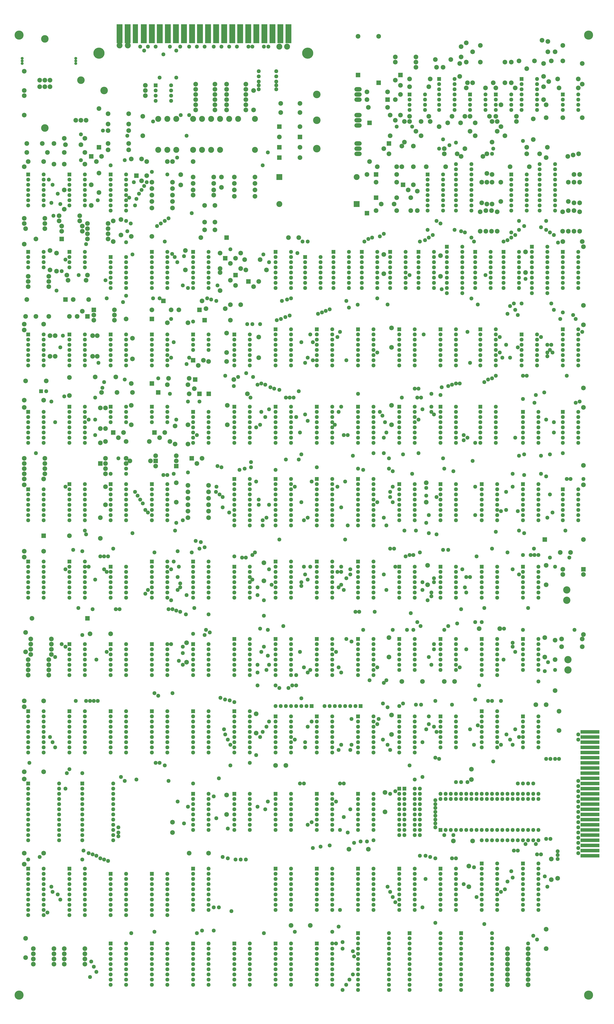
<source format=gbs>
G04 #@! TF.GenerationSoftware,KiCad,Pcbnew,(5.1.5)-3*
G04 #@! TF.CreationDate,2021-01-08T05:23:37-07:00*
G04 #@! TF.ProjectId,Asteroids_PCB,41737465-726f-4696-9473-5f5043422e6b,rev?*
G04 #@! TF.SameCoordinates,Original*
G04 #@! TF.FileFunction,Soldermask,Bot*
G04 #@! TF.FilePolarity,Negative*
%FSLAX46Y46*%
G04 Gerber Fmt 4.6, Leading zero omitted, Abs format (unit mm)*
G04 Created by KiCad (PCBNEW (5.1.5)-3) date 2021-01-08 05:23:37*
%MOMM*%
%LPD*%
G04 APERTURE LIST*
%ADD10C,2.305000*%
%ADD11R,2.305000X2.305000*%
%ADD12C,1.924000*%
%ADD13R,1.924000X1.924000*%
%ADD14C,3.702000*%
%ADD15C,2.940000*%
%ADD16C,4.464000*%
%ADD17C,1.416000*%
%ADD18C,5.480000*%
%ADD19C,0.100000*%
%ADD20R,2.940000X9.290000*%
%ADD21R,2.635200X9.290000*%
%ADD22C,3.575000*%
%ADD23R,2.940000X2.940000*%
%ADD24O,3.575000X2.178000*%
G04 APERTURE END LIST*
D10*
X48895000Y-479425000D03*
X38735000Y-479425000D03*
X48895000Y-474345000D03*
X38735000Y-474345000D03*
X138430000Y-147955000D03*
D11*
X138430000Y-142875000D03*
D10*
X135890000Y-145415000D03*
X137541000Y-194310000D03*
D11*
X118491000Y-194310000D03*
D10*
X297815000Y-357505000D03*
X297815000Y-367030000D03*
D12*
X254000000Y-56515000D03*
D13*
X254000000Y-53975000D03*
D12*
X254000000Y-59055000D03*
X254000000Y-61595000D03*
X261620000Y-61595000D03*
X261620000Y-59055000D03*
X261620000Y-56515000D03*
X261620000Y-53975000D03*
D14*
X62230000Y-46990000D03*
X73660000Y-52070000D03*
X44450000Y-70485000D03*
D15*
X163830000Y-30480000D03*
X160020000Y-30480000D03*
D12*
X102870000Y-34290000D03*
X154559000Y-30480000D03*
X152400000Y-30480000D03*
X109220000Y-32385000D03*
X93345000Y-32385000D03*
X106045000Y-30480000D03*
D16*
X312420000Y-24765000D03*
X31750000Y-24765000D03*
X312420000Y-497205000D03*
D17*
X59690000Y-38735000D03*
D12*
X287655000Y-398145000D03*
D13*
X239395000Y-415925000D03*
D12*
X241935000Y-415925000D03*
X244475000Y-415925000D03*
X247015000Y-415925000D03*
X249555000Y-415925000D03*
X252095000Y-415925000D03*
X254635000Y-415925000D03*
X257175000Y-415925000D03*
X259715000Y-415925000D03*
X262255000Y-415925000D03*
X264795000Y-415925000D03*
X267335000Y-415925000D03*
X269875000Y-415925000D03*
X272415000Y-415925000D03*
X274955000Y-415925000D03*
X277495000Y-415925000D03*
X280035000Y-415925000D03*
X282575000Y-415925000D03*
X285115000Y-415925000D03*
X287655000Y-415925000D03*
X287655000Y-400685000D03*
X285115000Y-400685000D03*
X282575000Y-400685000D03*
X280035000Y-400685000D03*
X277495000Y-400685000D03*
X274955000Y-400685000D03*
X272415000Y-400685000D03*
X269875000Y-400685000D03*
X267335000Y-400685000D03*
X264795000Y-400685000D03*
X262255000Y-400685000D03*
X259715000Y-400685000D03*
X257175000Y-400685000D03*
X254635000Y-400685000D03*
X252095000Y-400685000D03*
X249555000Y-400685000D03*
X247015000Y-400685000D03*
X244475000Y-400685000D03*
X241935000Y-400685000D03*
X239395000Y-400685000D03*
X198755000Y-447675000D03*
X198755000Y-445135000D03*
X198755000Y-442595000D03*
X198755000Y-440055000D03*
X198755000Y-437515000D03*
D13*
X198755000Y-434975000D03*
D12*
X198755000Y-450215000D03*
X198755000Y-452755000D03*
X198755000Y-455295000D03*
X206375000Y-455295000D03*
X206375000Y-452755000D03*
X206375000Y-450215000D03*
X206375000Y-447675000D03*
X206375000Y-445135000D03*
X206375000Y-442595000D03*
X206375000Y-440055000D03*
X206375000Y-437515000D03*
X206375000Y-434975000D03*
X178435000Y-484505000D03*
X178435000Y-481965000D03*
X178435000Y-479425000D03*
X178435000Y-476885000D03*
X178435000Y-474345000D03*
D13*
X178435000Y-471805000D03*
D12*
X178435000Y-487045000D03*
X178435000Y-489585000D03*
X178435000Y-492125000D03*
X186055000Y-492125000D03*
X186055000Y-489585000D03*
X186055000Y-487045000D03*
X186055000Y-484505000D03*
X186055000Y-481965000D03*
X186055000Y-479425000D03*
X186055000Y-476885000D03*
X186055000Y-474345000D03*
X186055000Y-471805000D03*
X178435000Y-447675000D03*
X178435000Y-445135000D03*
X178435000Y-442595000D03*
X178435000Y-440055000D03*
X178435000Y-437515000D03*
D13*
X178435000Y-434975000D03*
D12*
X178435000Y-450215000D03*
X178435000Y-452755000D03*
X178435000Y-455295000D03*
X186055000Y-455295000D03*
X186055000Y-452755000D03*
X186055000Y-450215000D03*
X186055000Y-447675000D03*
X186055000Y-445135000D03*
X186055000Y-442595000D03*
X186055000Y-440055000D03*
X186055000Y-437515000D03*
X186055000Y-434975000D03*
X158115000Y-484505000D03*
X158115000Y-481965000D03*
X158115000Y-479425000D03*
X158115000Y-476885000D03*
X158115000Y-474345000D03*
D13*
X158115000Y-471805000D03*
D12*
X158115000Y-487045000D03*
X158115000Y-489585000D03*
X158115000Y-492125000D03*
X165735000Y-492125000D03*
X165735000Y-489585000D03*
X165735000Y-487045000D03*
X165735000Y-484505000D03*
X165735000Y-481965000D03*
X165735000Y-479425000D03*
X165735000Y-476885000D03*
X165735000Y-474345000D03*
X165735000Y-471805000D03*
X158115000Y-447675000D03*
X158115000Y-445135000D03*
X158115000Y-442595000D03*
X158115000Y-440055000D03*
X158115000Y-437515000D03*
D13*
X158115000Y-434975000D03*
D12*
X158115000Y-450215000D03*
X158115000Y-452755000D03*
X158115000Y-455295000D03*
X165735000Y-455295000D03*
X165735000Y-452755000D03*
X165735000Y-450215000D03*
X165735000Y-447675000D03*
X165735000Y-445135000D03*
X165735000Y-442595000D03*
X165735000Y-440055000D03*
X165735000Y-437515000D03*
X165735000Y-434975000D03*
X137795000Y-484505000D03*
X137795000Y-481965000D03*
X137795000Y-479425000D03*
X137795000Y-476885000D03*
X137795000Y-474345000D03*
D13*
X137795000Y-471805000D03*
D12*
X137795000Y-487045000D03*
X137795000Y-489585000D03*
X137795000Y-492125000D03*
X145415000Y-492125000D03*
X145415000Y-489585000D03*
X145415000Y-487045000D03*
X145415000Y-484505000D03*
X145415000Y-481965000D03*
X145415000Y-479425000D03*
X145415000Y-476885000D03*
X145415000Y-474345000D03*
X145415000Y-471805000D03*
X117475000Y-484505000D03*
X117475000Y-481965000D03*
X117475000Y-479425000D03*
X117475000Y-476885000D03*
X117475000Y-474345000D03*
D13*
X117475000Y-471805000D03*
D12*
X117475000Y-487045000D03*
X117475000Y-489585000D03*
X117475000Y-492125000D03*
X125095000Y-492125000D03*
X125095000Y-489585000D03*
X125095000Y-487045000D03*
X125095000Y-484505000D03*
X125095000Y-481965000D03*
X125095000Y-479425000D03*
X125095000Y-476885000D03*
X125095000Y-474345000D03*
X125095000Y-471805000D03*
X117475000Y-447675000D03*
X117475000Y-445135000D03*
X117475000Y-442595000D03*
X117475000Y-440055000D03*
X117475000Y-437515000D03*
D13*
X117475000Y-434975000D03*
D12*
X117475000Y-450215000D03*
X117475000Y-452755000D03*
X117475000Y-455295000D03*
X125095000Y-455295000D03*
X125095000Y-452755000D03*
X125095000Y-450215000D03*
X125095000Y-447675000D03*
X125095000Y-445135000D03*
X125095000Y-442595000D03*
X125095000Y-440055000D03*
X125095000Y-437515000D03*
X125095000Y-434975000D03*
X97155000Y-484505000D03*
X97155000Y-481965000D03*
X97155000Y-479425000D03*
X97155000Y-476885000D03*
X97155000Y-474345000D03*
D13*
X97155000Y-471805000D03*
D12*
X97155000Y-487045000D03*
X97155000Y-489585000D03*
X97155000Y-492125000D03*
X104775000Y-492125000D03*
X104775000Y-489585000D03*
X104775000Y-487045000D03*
X104775000Y-484505000D03*
X104775000Y-481965000D03*
X104775000Y-479425000D03*
X104775000Y-476885000D03*
X104775000Y-474345000D03*
X104775000Y-471805000D03*
X97155000Y-450215000D03*
X97155000Y-447675000D03*
X97155000Y-445135000D03*
X97155000Y-442595000D03*
X97155000Y-440055000D03*
D13*
X97155000Y-437515000D03*
D12*
X97155000Y-452755000D03*
X97155000Y-455295000D03*
X97155000Y-457835000D03*
X104775000Y-457835000D03*
X104775000Y-455295000D03*
X104775000Y-452755000D03*
X104775000Y-450215000D03*
X104775000Y-447675000D03*
X104775000Y-445135000D03*
X104775000Y-442595000D03*
X104775000Y-440055000D03*
X104775000Y-437515000D03*
X76835000Y-484505000D03*
X76835000Y-481965000D03*
X76835000Y-479425000D03*
X76835000Y-476885000D03*
X76835000Y-474345000D03*
D13*
X76835000Y-471805000D03*
D12*
X76835000Y-487045000D03*
X76835000Y-489585000D03*
X76835000Y-492125000D03*
X84455000Y-492125000D03*
X84455000Y-489585000D03*
X84455000Y-487045000D03*
X84455000Y-484505000D03*
X84455000Y-481965000D03*
X84455000Y-479425000D03*
X84455000Y-476885000D03*
X84455000Y-474345000D03*
X84455000Y-471805000D03*
X76835000Y-450215000D03*
X76835000Y-447675000D03*
X76835000Y-445135000D03*
X76835000Y-442595000D03*
X76835000Y-440055000D03*
D13*
X76835000Y-437515000D03*
D12*
X76835000Y-452755000D03*
X76835000Y-455295000D03*
X76835000Y-457835000D03*
X84455000Y-457835000D03*
X84455000Y-455295000D03*
X84455000Y-452755000D03*
X84455000Y-450215000D03*
X84455000Y-447675000D03*
X84455000Y-445135000D03*
X84455000Y-442595000D03*
X84455000Y-440055000D03*
X84455000Y-437515000D03*
D13*
X249555000Y-466725000D03*
D12*
X249555000Y-469265000D03*
X249555000Y-471805000D03*
X249555000Y-474345000D03*
X249555000Y-476885000D03*
X249555000Y-479425000D03*
X249555000Y-481965000D03*
X249555000Y-484505000D03*
X249555000Y-487045000D03*
X249555000Y-489585000D03*
X249555000Y-492125000D03*
X249555000Y-494665000D03*
X264795000Y-494665000D03*
X264795000Y-492125000D03*
X264795000Y-489585000D03*
X264795000Y-487045000D03*
X264795000Y-484505000D03*
X264795000Y-481965000D03*
X264795000Y-479425000D03*
X264795000Y-476885000D03*
X264795000Y-474345000D03*
X264795000Y-471805000D03*
X264795000Y-469265000D03*
X264795000Y-466725000D03*
D13*
X224155000Y-466725000D03*
D12*
X224155000Y-469265000D03*
X224155000Y-471805000D03*
X224155000Y-474345000D03*
X224155000Y-476885000D03*
X224155000Y-479425000D03*
X224155000Y-481965000D03*
X224155000Y-484505000D03*
X224155000Y-487045000D03*
X224155000Y-489585000D03*
X224155000Y-492125000D03*
X224155000Y-494665000D03*
X239395000Y-494665000D03*
X239395000Y-492125000D03*
X239395000Y-489585000D03*
X239395000Y-487045000D03*
X239395000Y-484505000D03*
X239395000Y-481965000D03*
X239395000Y-479425000D03*
X239395000Y-476885000D03*
X239395000Y-474345000D03*
X239395000Y-471805000D03*
X239395000Y-469265000D03*
X239395000Y-466725000D03*
D13*
X198755000Y-466725000D03*
D12*
X198755000Y-469265000D03*
X198755000Y-471805000D03*
X198755000Y-474345000D03*
X198755000Y-476885000D03*
X198755000Y-479425000D03*
X198755000Y-481965000D03*
X198755000Y-484505000D03*
X198755000Y-487045000D03*
X198755000Y-489585000D03*
X198755000Y-492125000D03*
X198755000Y-494665000D03*
X213995000Y-494665000D03*
X213995000Y-492125000D03*
X213995000Y-489585000D03*
X213995000Y-487045000D03*
X213995000Y-484505000D03*
X213995000Y-481965000D03*
X213995000Y-479425000D03*
X213995000Y-476885000D03*
X213995000Y-474345000D03*
X213995000Y-471805000D03*
X213995000Y-469265000D03*
X213995000Y-466725000D03*
D13*
X36195000Y-393065000D03*
D12*
X36195000Y-395605000D03*
X36195000Y-398145000D03*
X36195000Y-400685000D03*
X36195000Y-403225000D03*
X36195000Y-405765000D03*
X36195000Y-408305000D03*
X36195000Y-410845000D03*
X36195000Y-413385000D03*
X36195000Y-415925000D03*
X36195000Y-418465000D03*
X36195000Y-421005000D03*
X51435000Y-421005000D03*
X51435000Y-418465000D03*
X51435000Y-415925000D03*
X51435000Y-413385000D03*
X51435000Y-410845000D03*
X51435000Y-408305000D03*
X51435000Y-405765000D03*
X51435000Y-403225000D03*
X51435000Y-400685000D03*
X51435000Y-398145000D03*
X51435000Y-395605000D03*
X51435000Y-393065000D03*
D13*
X56515000Y-434975000D03*
D12*
X56515000Y-437515000D03*
X56515000Y-440055000D03*
X56515000Y-442595000D03*
X56515000Y-445135000D03*
X56515000Y-447675000D03*
X56515000Y-450215000D03*
X56515000Y-452755000D03*
X56515000Y-455295000D03*
X56515000Y-457835000D03*
X64135000Y-457835000D03*
X64135000Y-455295000D03*
X64135000Y-452755000D03*
X64135000Y-450215000D03*
X64135000Y-447675000D03*
X64135000Y-445135000D03*
X64135000Y-442595000D03*
X64135000Y-440055000D03*
X64135000Y-437515000D03*
X64135000Y-434975000D03*
D13*
X36195000Y-434975000D03*
D12*
X36195000Y-437515000D03*
X36195000Y-440055000D03*
X36195000Y-442595000D03*
X36195000Y-445135000D03*
X36195000Y-447675000D03*
X36195000Y-450215000D03*
X36195000Y-452755000D03*
X36195000Y-455295000D03*
X36195000Y-457835000D03*
X43815000Y-457835000D03*
X43815000Y-455295000D03*
X43815000Y-452755000D03*
X43815000Y-450215000D03*
X43815000Y-447675000D03*
X43815000Y-445135000D03*
X43815000Y-442595000D03*
X43815000Y-440055000D03*
X43815000Y-437515000D03*
X43815000Y-434975000D03*
D13*
X280035000Y-432435000D03*
D12*
X280035000Y-434975000D03*
X280035000Y-437515000D03*
X280035000Y-440055000D03*
X280035000Y-442595000D03*
X280035000Y-445135000D03*
X280035000Y-447675000D03*
X280035000Y-450215000D03*
X280035000Y-452755000D03*
X280035000Y-455295000D03*
X287655000Y-455295000D03*
X287655000Y-452755000D03*
X287655000Y-450215000D03*
X287655000Y-447675000D03*
X287655000Y-445135000D03*
X287655000Y-442595000D03*
X287655000Y-440055000D03*
X287655000Y-437515000D03*
X287655000Y-434975000D03*
X287655000Y-432435000D03*
D13*
X259715000Y-432435000D03*
D12*
X259715000Y-434975000D03*
X259715000Y-437515000D03*
X259715000Y-440055000D03*
X259715000Y-442595000D03*
X259715000Y-445135000D03*
X259715000Y-447675000D03*
X259715000Y-450215000D03*
X259715000Y-452755000D03*
X259715000Y-455295000D03*
X267335000Y-455295000D03*
X267335000Y-452755000D03*
X267335000Y-450215000D03*
X267335000Y-447675000D03*
X267335000Y-445135000D03*
X267335000Y-442595000D03*
X267335000Y-440055000D03*
X267335000Y-437515000D03*
X267335000Y-434975000D03*
X267335000Y-432435000D03*
X239395000Y-445135000D03*
X239395000Y-442595000D03*
X239395000Y-440055000D03*
X239395000Y-437515000D03*
D13*
X239395000Y-434975000D03*
D12*
X239395000Y-447675000D03*
X239395000Y-450215000D03*
X239395000Y-452755000D03*
X239395000Y-455295000D03*
X247015000Y-455295000D03*
X247015000Y-452755000D03*
X247015000Y-450215000D03*
X247015000Y-447675000D03*
X247015000Y-445135000D03*
X247015000Y-442595000D03*
X247015000Y-440055000D03*
X247015000Y-437515000D03*
X247015000Y-434975000D03*
X219075000Y-445135000D03*
X219075000Y-442595000D03*
X219075000Y-440055000D03*
X219075000Y-437515000D03*
D13*
X219075000Y-434975000D03*
D12*
X219075000Y-447675000D03*
X219075000Y-450215000D03*
X219075000Y-452755000D03*
X219075000Y-455295000D03*
X226695000Y-455295000D03*
X226695000Y-452755000D03*
X226695000Y-450215000D03*
X226695000Y-447675000D03*
X226695000Y-445135000D03*
X226695000Y-442595000D03*
X226695000Y-440055000D03*
X226695000Y-437515000D03*
X226695000Y-434975000D03*
D13*
X62865000Y-393065000D03*
D12*
X62865000Y-395605000D03*
X62865000Y-398145000D03*
X62865000Y-400685000D03*
X62865000Y-403225000D03*
X62865000Y-405765000D03*
X62865000Y-408305000D03*
X62865000Y-410845000D03*
X62865000Y-413385000D03*
X62865000Y-415925000D03*
X62865000Y-418465000D03*
X62865000Y-421005000D03*
X78105000Y-421005000D03*
X78105000Y-418465000D03*
X78105000Y-415925000D03*
X78105000Y-413385000D03*
X78105000Y-410845000D03*
X78105000Y-408305000D03*
X78105000Y-405765000D03*
X78105000Y-403225000D03*
X78105000Y-400685000D03*
X78105000Y-398145000D03*
X78105000Y-395605000D03*
X78105000Y-393065000D03*
X299720000Y-217805000D03*
X299720000Y-215265000D03*
D13*
X299720000Y-210185000D03*
D12*
X299720000Y-212725000D03*
X299720000Y-220345000D03*
X299720000Y-222885000D03*
X299720000Y-225425000D03*
X307340000Y-225425000D03*
X307340000Y-222885000D03*
X307340000Y-220345000D03*
X307340000Y-217805000D03*
X307340000Y-215265000D03*
X307340000Y-212725000D03*
X307340000Y-210185000D03*
X36195000Y-367665000D03*
X36195000Y-365125000D03*
X36195000Y-362585000D03*
X36195000Y-360045000D03*
D13*
X36195000Y-357505000D03*
D12*
X36195000Y-370205000D03*
X36195000Y-372745000D03*
X36195000Y-375285000D03*
X36195000Y-377825000D03*
X43815000Y-377825000D03*
X43815000Y-375285000D03*
X43815000Y-372745000D03*
X43815000Y-370205000D03*
X43815000Y-367665000D03*
X43815000Y-365125000D03*
X43815000Y-362585000D03*
X43815000Y-360045000D03*
X43815000Y-357505000D03*
X36195000Y-255905000D03*
X36195000Y-253365000D03*
D13*
X36195000Y-248285000D03*
D12*
X36195000Y-250825000D03*
X36195000Y-258445000D03*
X36195000Y-260985000D03*
X36195000Y-263525000D03*
X43815000Y-263525000D03*
X43815000Y-260985000D03*
X43815000Y-258445000D03*
X43815000Y-255905000D03*
X43815000Y-253365000D03*
X43815000Y-250825000D03*
X43815000Y-248285000D03*
X36195000Y-217805000D03*
X36195000Y-215265000D03*
D13*
X36195000Y-210185000D03*
D12*
X36195000Y-212725000D03*
X36195000Y-220345000D03*
X36195000Y-222885000D03*
X36195000Y-225425000D03*
X43815000Y-225425000D03*
X43815000Y-222885000D03*
X43815000Y-220345000D03*
X43815000Y-217805000D03*
X43815000Y-215265000D03*
X43815000Y-212725000D03*
X43815000Y-210185000D03*
X36195000Y-179705000D03*
X36195000Y-177165000D03*
D13*
X36195000Y-172085000D03*
D12*
X36195000Y-174625000D03*
X36195000Y-182245000D03*
X36195000Y-184785000D03*
X36195000Y-187325000D03*
X43815000Y-187325000D03*
X43815000Y-184785000D03*
X43815000Y-182245000D03*
X43815000Y-179705000D03*
X43815000Y-177165000D03*
X43815000Y-174625000D03*
X43815000Y-172085000D03*
X36195000Y-133985000D03*
D13*
X36195000Y-131445000D03*
D12*
X36195000Y-136525000D03*
X36195000Y-139065000D03*
X43815000Y-139065000D03*
X43815000Y-136525000D03*
X43815000Y-133985000D03*
X43815000Y-131445000D03*
X36195000Y-100965000D03*
X36195000Y-98425000D03*
D13*
X36195000Y-93345000D03*
D12*
X36195000Y-95885000D03*
X36195000Y-103505000D03*
X36195000Y-106045000D03*
X36195000Y-108585000D03*
X43815000Y-108585000D03*
X43815000Y-106045000D03*
X43815000Y-103505000D03*
X43815000Y-100965000D03*
X43815000Y-98425000D03*
X43815000Y-95885000D03*
X43815000Y-93345000D03*
D10*
X34925000Y-469265000D03*
X34925000Y-478790000D03*
X291465000Y-464820000D03*
X291465000Y-474345000D03*
X165735000Y-462915000D03*
X175260000Y-462915000D03*
D12*
X56515000Y-367665000D03*
X56515000Y-365125000D03*
X56515000Y-362585000D03*
X56515000Y-360045000D03*
D13*
X56515000Y-357505000D03*
D12*
X56515000Y-370205000D03*
X56515000Y-372745000D03*
X56515000Y-375285000D03*
X56515000Y-377825000D03*
X64135000Y-377825000D03*
X64135000Y-375285000D03*
X64135000Y-372745000D03*
X64135000Y-370205000D03*
X64135000Y-367665000D03*
X64135000Y-365125000D03*
X64135000Y-362585000D03*
X64135000Y-360045000D03*
X64135000Y-357505000D03*
X56515000Y-332105000D03*
X56515000Y-329565000D03*
D13*
X56515000Y-324485000D03*
D12*
X56515000Y-327025000D03*
X56515000Y-334645000D03*
X56515000Y-337185000D03*
X56515000Y-339725000D03*
X64135000Y-339725000D03*
X64135000Y-337185000D03*
X64135000Y-334645000D03*
X64135000Y-332105000D03*
X64135000Y-329565000D03*
X64135000Y-327025000D03*
X64135000Y-324485000D03*
X56515000Y-291465000D03*
X56515000Y-288925000D03*
X56515000Y-286385000D03*
D13*
X56515000Y-283845000D03*
D12*
X56515000Y-294005000D03*
X56515000Y-296545000D03*
X56515000Y-299085000D03*
X56515000Y-301625000D03*
X64135000Y-301625000D03*
X64135000Y-299085000D03*
X64135000Y-296545000D03*
X64135000Y-294005000D03*
X64135000Y-291465000D03*
X64135000Y-288925000D03*
X64135000Y-286385000D03*
X64135000Y-283845000D03*
X56515000Y-253365000D03*
X56515000Y-250825000D03*
X56515000Y-248285000D03*
D13*
X56515000Y-245745000D03*
D12*
X56515000Y-255905000D03*
X56515000Y-258445000D03*
X56515000Y-260985000D03*
X56515000Y-263525000D03*
X64135000Y-263525000D03*
X64135000Y-260985000D03*
X64135000Y-258445000D03*
X64135000Y-255905000D03*
X64135000Y-253365000D03*
X64135000Y-250825000D03*
X64135000Y-248285000D03*
X64135000Y-245745000D03*
X56515000Y-215265000D03*
X56515000Y-212725000D03*
X56515000Y-210185000D03*
D13*
X56515000Y-207645000D03*
D12*
X56515000Y-217805000D03*
X56515000Y-220345000D03*
X56515000Y-222885000D03*
X56515000Y-225425000D03*
X64135000Y-225425000D03*
X64135000Y-222885000D03*
X64135000Y-220345000D03*
X64135000Y-217805000D03*
X64135000Y-215265000D03*
X64135000Y-212725000D03*
X64135000Y-210185000D03*
X64135000Y-207645000D03*
X56515000Y-179705000D03*
X56515000Y-177165000D03*
D13*
X56515000Y-172085000D03*
D12*
X56515000Y-174625000D03*
X56515000Y-182245000D03*
X56515000Y-184785000D03*
X56515000Y-187325000D03*
X64135000Y-187325000D03*
X64135000Y-184785000D03*
X64135000Y-182245000D03*
X64135000Y-179705000D03*
X64135000Y-177165000D03*
X64135000Y-174625000D03*
X64135000Y-172085000D03*
X56515000Y-133985000D03*
D13*
X56515000Y-131445000D03*
D12*
X56515000Y-136525000D03*
X56515000Y-139065000D03*
X64135000Y-139065000D03*
X64135000Y-136525000D03*
X64135000Y-133985000D03*
X64135000Y-131445000D03*
X56515000Y-100965000D03*
X56515000Y-98425000D03*
D13*
X56515000Y-93345000D03*
D12*
X56515000Y-95885000D03*
X56515000Y-103505000D03*
X56515000Y-106045000D03*
X56515000Y-108585000D03*
X64135000Y-108585000D03*
X64135000Y-106045000D03*
X64135000Y-103505000D03*
X64135000Y-100965000D03*
X64135000Y-98425000D03*
X64135000Y-95885000D03*
X64135000Y-93345000D03*
X76835000Y-367665000D03*
X76835000Y-365125000D03*
X76835000Y-362585000D03*
X76835000Y-360045000D03*
D13*
X76835000Y-357505000D03*
D12*
X76835000Y-370205000D03*
X76835000Y-372745000D03*
X76835000Y-375285000D03*
X76835000Y-377825000D03*
X84455000Y-377825000D03*
X84455000Y-375285000D03*
X84455000Y-372745000D03*
X84455000Y-370205000D03*
X84455000Y-367665000D03*
X84455000Y-365125000D03*
X84455000Y-362585000D03*
X84455000Y-360045000D03*
X84455000Y-357505000D03*
X76835000Y-332105000D03*
X76835000Y-329565000D03*
D13*
X76835000Y-324485000D03*
D12*
X76835000Y-327025000D03*
X76835000Y-334645000D03*
X76835000Y-337185000D03*
X76835000Y-339725000D03*
X84455000Y-339725000D03*
X84455000Y-337185000D03*
X84455000Y-334645000D03*
X84455000Y-332105000D03*
X84455000Y-329565000D03*
X84455000Y-327025000D03*
X84455000Y-324485000D03*
X76835000Y-294005000D03*
X76835000Y-291465000D03*
D13*
X76835000Y-286385000D03*
D12*
X76835000Y-288925000D03*
X76835000Y-296545000D03*
X76835000Y-299085000D03*
X76835000Y-301625000D03*
X84455000Y-301625000D03*
X84455000Y-299085000D03*
X84455000Y-296545000D03*
X84455000Y-294005000D03*
X84455000Y-291465000D03*
X84455000Y-288925000D03*
X84455000Y-286385000D03*
X76835000Y-253365000D03*
X76835000Y-250825000D03*
X76835000Y-248285000D03*
D13*
X76835000Y-245745000D03*
D12*
X76835000Y-255905000D03*
X76835000Y-258445000D03*
X76835000Y-260985000D03*
X76835000Y-263525000D03*
X84455000Y-263525000D03*
X84455000Y-260985000D03*
X84455000Y-258445000D03*
X84455000Y-255905000D03*
X84455000Y-253365000D03*
X84455000Y-250825000D03*
X84455000Y-248285000D03*
X84455000Y-245745000D03*
X76835000Y-210185000D03*
D13*
X76835000Y-207645000D03*
D12*
X76835000Y-212725000D03*
X76835000Y-215265000D03*
X84455000Y-215265000D03*
X84455000Y-212725000D03*
X84455000Y-210185000D03*
X84455000Y-207645000D03*
X76835000Y-179705000D03*
X76835000Y-177165000D03*
D13*
X76835000Y-172085000D03*
D12*
X76835000Y-174625000D03*
X76835000Y-182245000D03*
X76835000Y-184785000D03*
X76835000Y-187325000D03*
X84455000Y-187325000D03*
X84455000Y-184785000D03*
X84455000Y-182245000D03*
X84455000Y-179705000D03*
X84455000Y-177165000D03*
X84455000Y-174625000D03*
X84455000Y-172085000D03*
X76835000Y-141605000D03*
X76835000Y-139065000D03*
D13*
X76835000Y-133985000D03*
D12*
X76835000Y-136525000D03*
X76835000Y-144145000D03*
X76835000Y-146685000D03*
X76835000Y-149225000D03*
X84455000Y-149225000D03*
X84455000Y-146685000D03*
X84455000Y-144145000D03*
X84455000Y-141605000D03*
X84455000Y-139065000D03*
X84455000Y-136525000D03*
X84455000Y-133985000D03*
X97155000Y-367665000D03*
X97155000Y-365125000D03*
X97155000Y-362585000D03*
X97155000Y-360045000D03*
D13*
X97155000Y-357505000D03*
D12*
X97155000Y-370205000D03*
X97155000Y-372745000D03*
X97155000Y-375285000D03*
X97155000Y-377825000D03*
X104775000Y-377825000D03*
X104775000Y-375285000D03*
X104775000Y-372745000D03*
X104775000Y-370205000D03*
X104775000Y-367665000D03*
X104775000Y-365125000D03*
X104775000Y-362585000D03*
X104775000Y-360045000D03*
X104775000Y-357505000D03*
X97155000Y-332105000D03*
X97155000Y-329565000D03*
D13*
X97155000Y-324485000D03*
D12*
X97155000Y-327025000D03*
X97155000Y-334645000D03*
X97155000Y-337185000D03*
X97155000Y-339725000D03*
X104775000Y-339725000D03*
X104775000Y-337185000D03*
X104775000Y-334645000D03*
X104775000Y-332105000D03*
X104775000Y-329565000D03*
X104775000Y-327025000D03*
X104775000Y-324485000D03*
X97155000Y-291465000D03*
X97155000Y-288925000D03*
X97155000Y-286385000D03*
D13*
X97155000Y-283845000D03*
D12*
X97155000Y-294005000D03*
X97155000Y-296545000D03*
X97155000Y-299085000D03*
X97155000Y-301625000D03*
X104775000Y-301625000D03*
X104775000Y-299085000D03*
X104775000Y-296545000D03*
X104775000Y-294005000D03*
X104775000Y-291465000D03*
X104775000Y-288925000D03*
X104775000Y-286385000D03*
X104775000Y-283845000D03*
X97155000Y-253365000D03*
X97155000Y-250825000D03*
X97155000Y-248285000D03*
D13*
X97155000Y-245745000D03*
D12*
X97155000Y-255905000D03*
X97155000Y-258445000D03*
X97155000Y-260985000D03*
X97155000Y-263525000D03*
X104775000Y-263525000D03*
X104775000Y-260985000D03*
X104775000Y-258445000D03*
X104775000Y-255905000D03*
X104775000Y-253365000D03*
X104775000Y-250825000D03*
X104775000Y-248285000D03*
X104775000Y-245745000D03*
X97155000Y-210185000D03*
D13*
X97155000Y-207645000D03*
D12*
X97155000Y-212725000D03*
X97155000Y-215265000D03*
X104775000Y-215265000D03*
X104775000Y-212725000D03*
X104775000Y-210185000D03*
X104775000Y-207645000D03*
X97155000Y-179705000D03*
X97155000Y-177165000D03*
D13*
X97155000Y-172085000D03*
D12*
X97155000Y-174625000D03*
X97155000Y-182245000D03*
X97155000Y-184785000D03*
X97155000Y-187325000D03*
X104775000Y-187325000D03*
X104775000Y-184785000D03*
X104775000Y-182245000D03*
X104775000Y-179705000D03*
X104775000Y-177165000D03*
X104775000Y-174625000D03*
X104775000Y-172085000D03*
X97155000Y-139065000D03*
X97155000Y-136525000D03*
X97155000Y-133985000D03*
D13*
X97155000Y-131445000D03*
D12*
X97155000Y-141605000D03*
X97155000Y-144145000D03*
X97155000Y-146685000D03*
X97155000Y-149225000D03*
X104775000Y-149225000D03*
X104775000Y-146685000D03*
X104775000Y-144145000D03*
X104775000Y-141605000D03*
X104775000Y-139065000D03*
X104775000Y-136525000D03*
X104775000Y-133985000D03*
X104775000Y-131445000D03*
X117475000Y-367665000D03*
X117475000Y-365125000D03*
X117475000Y-362585000D03*
X117475000Y-360045000D03*
D13*
X117475000Y-357505000D03*
D12*
X117475000Y-370205000D03*
X117475000Y-372745000D03*
X117475000Y-375285000D03*
X117475000Y-377825000D03*
X125095000Y-377825000D03*
X125095000Y-375285000D03*
X125095000Y-372745000D03*
X125095000Y-370205000D03*
X125095000Y-367665000D03*
X125095000Y-365125000D03*
X125095000Y-362585000D03*
X125095000Y-360045000D03*
X125095000Y-357505000D03*
X117475000Y-332105000D03*
X117475000Y-329565000D03*
D13*
X117475000Y-324485000D03*
D12*
X117475000Y-327025000D03*
X117475000Y-334645000D03*
X117475000Y-337185000D03*
X117475000Y-339725000D03*
X125095000Y-339725000D03*
X125095000Y-337185000D03*
X125095000Y-334645000D03*
X125095000Y-332105000D03*
X125095000Y-329565000D03*
X125095000Y-327025000D03*
X125095000Y-324485000D03*
X117475000Y-291465000D03*
X117475000Y-288925000D03*
X117475000Y-286385000D03*
D13*
X117475000Y-283845000D03*
D12*
X117475000Y-294005000D03*
X117475000Y-296545000D03*
X117475000Y-299085000D03*
X117475000Y-301625000D03*
X125095000Y-301625000D03*
X125095000Y-299085000D03*
X125095000Y-296545000D03*
X125095000Y-294005000D03*
X125095000Y-291465000D03*
X125095000Y-288925000D03*
X125095000Y-286385000D03*
X125095000Y-283845000D03*
X117475000Y-217805000D03*
X117475000Y-215265000D03*
D13*
X117475000Y-210185000D03*
D12*
X117475000Y-212725000D03*
X117475000Y-220345000D03*
X117475000Y-222885000D03*
X117475000Y-225425000D03*
X125095000Y-225425000D03*
X125095000Y-222885000D03*
X125095000Y-220345000D03*
X125095000Y-217805000D03*
X125095000Y-215265000D03*
X125095000Y-212725000D03*
X125095000Y-210185000D03*
X117475000Y-174625000D03*
D13*
X117475000Y-172085000D03*
D12*
X117475000Y-177165000D03*
X117475000Y-179705000D03*
X125095000Y-179705000D03*
X125095000Y-177165000D03*
X125095000Y-174625000D03*
X125095000Y-172085000D03*
X117475000Y-139065000D03*
X117475000Y-136525000D03*
X117475000Y-133985000D03*
D13*
X117475000Y-131445000D03*
D12*
X117475000Y-141605000D03*
X117475000Y-144145000D03*
X117475000Y-146685000D03*
X117475000Y-149225000D03*
X125095000Y-149225000D03*
X125095000Y-146685000D03*
X125095000Y-144145000D03*
X125095000Y-141605000D03*
X125095000Y-139065000D03*
X125095000Y-136525000D03*
X125095000Y-133985000D03*
X125095000Y-131445000D03*
X158115000Y-405765000D03*
X158115000Y-403225000D03*
X158115000Y-400685000D03*
D13*
X158115000Y-398145000D03*
D12*
X158115000Y-408305000D03*
X158115000Y-410845000D03*
X158115000Y-413385000D03*
X158115000Y-415925000D03*
X165735000Y-415925000D03*
X165735000Y-413385000D03*
X165735000Y-410845000D03*
X165735000Y-408305000D03*
X165735000Y-405765000D03*
X165735000Y-403225000D03*
X165735000Y-400685000D03*
X165735000Y-398145000D03*
X158115000Y-367665000D03*
X158115000Y-365125000D03*
X158115000Y-362585000D03*
D13*
X158115000Y-360045000D03*
D12*
X158115000Y-370205000D03*
X158115000Y-372745000D03*
X158115000Y-375285000D03*
X158115000Y-377825000D03*
X165735000Y-377825000D03*
X165735000Y-375285000D03*
X165735000Y-372745000D03*
X165735000Y-370205000D03*
X165735000Y-367665000D03*
X165735000Y-365125000D03*
X165735000Y-362585000D03*
X165735000Y-360045000D03*
X158115000Y-329565000D03*
X158115000Y-327025000D03*
X158115000Y-324485000D03*
D13*
X158115000Y-321945000D03*
D12*
X158115000Y-332105000D03*
X158115000Y-334645000D03*
X158115000Y-337185000D03*
X158115000Y-339725000D03*
X165735000Y-339725000D03*
X165735000Y-337185000D03*
X165735000Y-334645000D03*
X165735000Y-332105000D03*
X165735000Y-329565000D03*
X165735000Y-327025000D03*
X165735000Y-324485000D03*
X165735000Y-321945000D03*
X158115000Y-291465000D03*
X158115000Y-288925000D03*
X158115000Y-286385000D03*
D13*
X158115000Y-283845000D03*
D12*
X158115000Y-294005000D03*
X158115000Y-296545000D03*
X158115000Y-299085000D03*
X158115000Y-301625000D03*
X165735000Y-301625000D03*
X165735000Y-299085000D03*
X165735000Y-296545000D03*
X165735000Y-294005000D03*
X165735000Y-291465000D03*
X165735000Y-288925000D03*
X165735000Y-286385000D03*
X165735000Y-283845000D03*
D13*
X158115000Y-243205000D03*
D12*
X158115000Y-245745000D03*
X158115000Y-248285000D03*
X158115000Y-250825000D03*
X158115000Y-253365000D03*
X158115000Y-255905000D03*
X158115000Y-258445000D03*
X158115000Y-260985000D03*
X158115000Y-263525000D03*
X158115000Y-266065000D03*
X165735000Y-266065000D03*
X165735000Y-263525000D03*
X165735000Y-260985000D03*
X165735000Y-258445000D03*
X165735000Y-255905000D03*
X165735000Y-253365000D03*
X165735000Y-250825000D03*
X165735000Y-248285000D03*
X165735000Y-245745000D03*
X165735000Y-243205000D03*
X158115000Y-215265000D03*
X158115000Y-212725000D03*
X158115000Y-210185000D03*
D13*
X158115000Y-207645000D03*
D12*
X158115000Y-217805000D03*
X158115000Y-220345000D03*
X158115000Y-222885000D03*
X158115000Y-225425000D03*
X165735000Y-225425000D03*
X165735000Y-222885000D03*
X165735000Y-220345000D03*
X165735000Y-217805000D03*
X165735000Y-215265000D03*
X165735000Y-212725000D03*
X165735000Y-210185000D03*
X165735000Y-207645000D03*
X158115000Y-177165000D03*
X158115000Y-174625000D03*
X158115000Y-172085000D03*
D13*
X158115000Y-169545000D03*
D12*
X158115000Y-179705000D03*
X158115000Y-182245000D03*
X158115000Y-184785000D03*
X158115000Y-187325000D03*
X165735000Y-187325000D03*
X165735000Y-184785000D03*
X165735000Y-182245000D03*
X165735000Y-179705000D03*
X165735000Y-177165000D03*
X165735000Y-174625000D03*
X165735000Y-172085000D03*
X165735000Y-169545000D03*
X158115000Y-139065000D03*
X158115000Y-136525000D03*
X158115000Y-133985000D03*
D13*
X158115000Y-131445000D03*
D12*
X158115000Y-141605000D03*
X158115000Y-144145000D03*
X158115000Y-146685000D03*
X158115000Y-149225000D03*
X165735000Y-149225000D03*
X165735000Y-146685000D03*
X165735000Y-144145000D03*
X165735000Y-141605000D03*
X165735000Y-139065000D03*
X165735000Y-136525000D03*
X165735000Y-133985000D03*
X165735000Y-131445000D03*
X137795000Y-405765000D03*
X137795000Y-403225000D03*
X137795000Y-400685000D03*
D13*
X137795000Y-398145000D03*
D12*
X137795000Y-408305000D03*
X137795000Y-410845000D03*
X137795000Y-413385000D03*
X137795000Y-415925000D03*
X145415000Y-415925000D03*
X145415000Y-413385000D03*
X145415000Y-410845000D03*
X145415000Y-408305000D03*
X145415000Y-405765000D03*
X145415000Y-403225000D03*
X145415000Y-400685000D03*
X145415000Y-398145000D03*
X137795000Y-367665000D03*
X137795000Y-365125000D03*
X137795000Y-362585000D03*
X137795000Y-360045000D03*
D13*
X137795000Y-357505000D03*
D12*
X137795000Y-370205000D03*
X137795000Y-372745000D03*
X137795000Y-375285000D03*
X137795000Y-377825000D03*
X145415000Y-377825000D03*
X145415000Y-375285000D03*
X145415000Y-372745000D03*
X145415000Y-370205000D03*
X145415000Y-367665000D03*
X145415000Y-365125000D03*
X145415000Y-362585000D03*
X145415000Y-360045000D03*
X145415000Y-357505000D03*
X137795000Y-329565000D03*
X137795000Y-327025000D03*
X137795000Y-324485000D03*
D13*
X137795000Y-321945000D03*
D12*
X137795000Y-332105000D03*
X137795000Y-334645000D03*
X137795000Y-337185000D03*
X137795000Y-339725000D03*
X145415000Y-339725000D03*
X145415000Y-337185000D03*
X145415000Y-334645000D03*
X145415000Y-332105000D03*
X145415000Y-329565000D03*
X145415000Y-327025000D03*
X145415000Y-324485000D03*
X145415000Y-321945000D03*
X137795000Y-294005000D03*
X137795000Y-291465000D03*
D13*
X137795000Y-286385000D03*
D12*
X137795000Y-288925000D03*
X137795000Y-296545000D03*
X137795000Y-299085000D03*
X137795000Y-301625000D03*
X145415000Y-301625000D03*
X145415000Y-299085000D03*
X145415000Y-296545000D03*
X145415000Y-294005000D03*
X145415000Y-291465000D03*
X145415000Y-288925000D03*
X145415000Y-286385000D03*
D13*
X137795000Y-243205000D03*
D12*
X137795000Y-245745000D03*
X137795000Y-248285000D03*
X137795000Y-250825000D03*
X137795000Y-253365000D03*
X137795000Y-255905000D03*
X137795000Y-258445000D03*
X137795000Y-260985000D03*
X137795000Y-263525000D03*
X137795000Y-266065000D03*
X145415000Y-266065000D03*
X145415000Y-263525000D03*
X145415000Y-260985000D03*
X145415000Y-258445000D03*
X145415000Y-255905000D03*
X145415000Y-253365000D03*
X145415000Y-250825000D03*
X145415000Y-248285000D03*
X145415000Y-245745000D03*
X145415000Y-243205000D03*
X137795000Y-215265000D03*
X137795000Y-212725000D03*
X137795000Y-210185000D03*
D13*
X137795000Y-207645000D03*
D12*
X137795000Y-217805000D03*
X137795000Y-220345000D03*
X137795000Y-222885000D03*
X137795000Y-225425000D03*
X145415000Y-225425000D03*
X145415000Y-222885000D03*
X145415000Y-220345000D03*
X145415000Y-217805000D03*
X145415000Y-215265000D03*
X145415000Y-212725000D03*
X145415000Y-210185000D03*
X145415000Y-207645000D03*
X137795000Y-179705000D03*
X137795000Y-177165000D03*
D13*
X137795000Y-172085000D03*
D12*
X137795000Y-174625000D03*
X137795000Y-182245000D03*
X137795000Y-184785000D03*
X137795000Y-187325000D03*
X145415000Y-187325000D03*
X145415000Y-184785000D03*
X145415000Y-182245000D03*
X145415000Y-179705000D03*
X145415000Y-177165000D03*
X145415000Y-174625000D03*
X145415000Y-172085000D03*
D13*
X219075000Y-395605000D03*
D12*
X219075000Y-398145000D03*
X219075000Y-400685000D03*
X219075000Y-403225000D03*
X219075000Y-405765000D03*
X219075000Y-408305000D03*
X219075000Y-410845000D03*
X219075000Y-413385000D03*
X219075000Y-415925000D03*
X219075000Y-418465000D03*
X226695000Y-418465000D03*
X226695000Y-415925000D03*
X226695000Y-413385000D03*
X226695000Y-410845000D03*
X226695000Y-408305000D03*
X226695000Y-405765000D03*
X226695000Y-403225000D03*
X226695000Y-400685000D03*
X226695000Y-398145000D03*
X226695000Y-395605000D03*
X178435000Y-405765000D03*
X178435000Y-403225000D03*
X178435000Y-400685000D03*
D13*
X178435000Y-398145000D03*
D12*
X178435000Y-408305000D03*
X178435000Y-410845000D03*
X178435000Y-413385000D03*
X178435000Y-415925000D03*
X186055000Y-415925000D03*
X186055000Y-413385000D03*
X186055000Y-410845000D03*
X186055000Y-408305000D03*
X186055000Y-405765000D03*
X186055000Y-403225000D03*
X186055000Y-400685000D03*
X186055000Y-398145000D03*
X280035000Y-367665000D03*
X280035000Y-365125000D03*
D13*
X280035000Y-360045000D03*
D12*
X280035000Y-362585000D03*
X280035000Y-370205000D03*
X280035000Y-372745000D03*
X280035000Y-375285000D03*
X287655000Y-375285000D03*
X287655000Y-372745000D03*
X287655000Y-370205000D03*
X287655000Y-367665000D03*
X287655000Y-365125000D03*
X287655000Y-362585000D03*
X287655000Y-360045000D03*
X259715000Y-365125000D03*
X259715000Y-362585000D03*
X259715000Y-360045000D03*
D13*
X259715000Y-357505000D03*
D12*
X259715000Y-367665000D03*
X259715000Y-370205000D03*
X259715000Y-372745000D03*
X259715000Y-375285000D03*
X267335000Y-375285000D03*
X267335000Y-372745000D03*
X267335000Y-370205000D03*
X267335000Y-367665000D03*
X267335000Y-365125000D03*
X267335000Y-362585000D03*
X267335000Y-360045000D03*
X267335000Y-357505000D03*
X239395000Y-367665000D03*
X239395000Y-365125000D03*
D13*
X239395000Y-360045000D03*
D12*
X239395000Y-362585000D03*
X239395000Y-370205000D03*
X239395000Y-372745000D03*
X239395000Y-375285000D03*
X247015000Y-375285000D03*
X247015000Y-372745000D03*
X247015000Y-370205000D03*
X247015000Y-367665000D03*
X247015000Y-365125000D03*
X247015000Y-362585000D03*
X247015000Y-360045000D03*
X198755000Y-367665000D03*
X198755000Y-365125000D03*
X198755000Y-362585000D03*
D13*
X198755000Y-360045000D03*
D12*
X198755000Y-370205000D03*
X198755000Y-372745000D03*
X198755000Y-375285000D03*
X198755000Y-377825000D03*
X206375000Y-377825000D03*
X206375000Y-375285000D03*
X206375000Y-372745000D03*
X206375000Y-370205000D03*
X206375000Y-367665000D03*
X206375000Y-365125000D03*
X206375000Y-362585000D03*
X206375000Y-360045000D03*
X198755000Y-329565000D03*
X198755000Y-327025000D03*
X198755000Y-324485000D03*
D13*
X198755000Y-321945000D03*
D12*
X198755000Y-332105000D03*
X198755000Y-334645000D03*
X198755000Y-337185000D03*
X198755000Y-339725000D03*
X206375000Y-339725000D03*
X206375000Y-337185000D03*
X206375000Y-334645000D03*
X206375000Y-332105000D03*
X206375000Y-329565000D03*
X206375000Y-327025000D03*
X206375000Y-324485000D03*
X206375000Y-321945000D03*
X178435000Y-367665000D03*
X178435000Y-365125000D03*
X178435000Y-362585000D03*
D13*
X178435000Y-360045000D03*
D12*
X178435000Y-370205000D03*
X178435000Y-372745000D03*
X178435000Y-375285000D03*
X178435000Y-377825000D03*
X186055000Y-377825000D03*
X186055000Y-375285000D03*
X186055000Y-372745000D03*
X186055000Y-370205000D03*
X186055000Y-367665000D03*
X186055000Y-365125000D03*
X186055000Y-362585000D03*
X186055000Y-360045000D03*
X219075000Y-367665000D03*
X219075000Y-365125000D03*
X219075000Y-362585000D03*
D13*
X219075000Y-360045000D03*
D12*
X219075000Y-370205000D03*
X219075000Y-372745000D03*
X219075000Y-375285000D03*
X219075000Y-377825000D03*
X226695000Y-377825000D03*
X226695000Y-375285000D03*
X226695000Y-372745000D03*
X226695000Y-370205000D03*
X226695000Y-367665000D03*
X226695000Y-365125000D03*
X226695000Y-362585000D03*
X226695000Y-360045000D03*
X178435000Y-329565000D03*
X178435000Y-327025000D03*
X178435000Y-324485000D03*
D13*
X178435000Y-321945000D03*
D12*
X178435000Y-332105000D03*
X178435000Y-334645000D03*
X178435000Y-337185000D03*
X178435000Y-339725000D03*
X186055000Y-339725000D03*
X186055000Y-337185000D03*
X186055000Y-334645000D03*
X186055000Y-332105000D03*
X186055000Y-329565000D03*
X186055000Y-327025000D03*
X186055000Y-324485000D03*
X186055000Y-321945000D03*
X186690000Y-139065000D03*
X186690000Y-136525000D03*
X186690000Y-133985000D03*
D13*
X186690000Y-131445000D03*
D12*
X186690000Y-141605000D03*
X186690000Y-144145000D03*
X186690000Y-146685000D03*
X186690000Y-149225000D03*
X194310000Y-149225000D03*
X194310000Y-146685000D03*
X194310000Y-144145000D03*
X194310000Y-141605000D03*
X194310000Y-139065000D03*
X194310000Y-136525000D03*
X194310000Y-133985000D03*
X194310000Y-131445000D03*
X198755000Y-291465000D03*
X198755000Y-288925000D03*
X198755000Y-286385000D03*
D13*
X198755000Y-283845000D03*
D12*
X198755000Y-294005000D03*
X198755000Y-296545000D03*
X198755000Y-299085000D03*
X198755000Y-301625000D03*
X206375000Y-301625000D03*
X206375000Y-299085000D03*
X206375000Y-296545000D03*
X206375000Y-294005000D03*
X206375000Y-291465000D03*
X206375000Y-288925000D03*
X206375000Y-286385000D03*
X206375000Y-283845000D03*
D13*
X198755000Y-243205000D03*
D12*
X198755000Y-245745000D03*
X198755000Y-248285000D03*
X198755000Y-250825000D03*
X198755000Y-253365000D03*
X198755000Y-255905000D03*
X198755000Y-258445000D03*
X198755000Y-260985000D03*
X198755000Y-263525000D03*
X198755000Y-266065000D03*
X206375000Y-266065000D03*
X206375000Y-263525000D03*
X206375000Y-260985000D03*
X206375000Y-258445000D03*
X206375000Y-255905000D03*
X206375000Y-253365000D03*
X206375000Y-250825000D03*
X206375000Y-248285000D03*
X206375000Y-245745000D03*
X206375000Y-243205000D03*
X198755000Y-215265000D03*
X198755000Y-212725000D03*
X198755000Y-210185000D03*
D13*
X198755000Y-207645000D03*
D12*
X198755000Y-217805000D03*
X198755000Y-220345000D03*
X198755000Y-222885000D03*
X198755000Y-225425000D03*
X206375000Y-225425000D03*
X206375000Y-222885000D03*
X206375000Y-220345000D03*
X206375000Y-217805000D03*
X206375000Y-215265000D03*
X206375000Y-212725000D03*
X206375000Y-210185000D03*
X206375000Y-207645000D03*
X198755000Y-177165000D03*
X198755000Y-174625000D03*
X198755000Y-172085000D03*
D13*
X198755000Y-169545000D03*
D12*
X198755000Y-179705000D03*
X198755000Y-182245000D03*
X198755000Y-184785000D03*
X198755000Y-187325000D03*
X206375000Y-187325000D03*
X206375000Y-184785000D03*
X206375000Y-182245000D03*
X206375000Y-179705000D03*
X206375000Y-177165000D03*
X206375000Y-174625000D03*
X206375000Y-172085000D03*
X206375000Y-169545000D03*
X200660000Y-139065000D03*
X200660000Y-136525000D03*
X200660000Y-133985000D03*
D13*
X200660000Y-131445000D03*
D12*
X200660000Y-141605000D03*
X200660000Y-144145000D03*
X200660000Y-146685000D03*
X200660000Y-149225000D03*
X208280000Y-149225000D03*
X208280000Y-146685000D03*
X208280000Y-144145000D03*
X208280000Y-141605000D03*
X208280000Y-139065000D03*
X208280000Y-136525000D03*
X208280000Y-133985000D03*
X208280000Y-131445000D03*
X178435000Y-291465000D03*
X178435000Y-288925000D03*
X178435000Y-286385000D03*
D13*
X178435000Y-283845000D03*
D12*
X178435000Y-294005000D03*
X178435000Y-296545000D03*
X178435000Y-299085000D03*
X178435000Y-301625000D03*
X186055000Y-301625000D03*
X186055000Y-299085000D03*
X186055000Y-296545000D03*
X186055000Y-294005000D03*
X186055000Y-291465000D03*
X186055000Y-288925000D03*
X186055000Y-286385000D03*
X186055000Y-283845000D03*
D13*
X178435000Y-243205000D03*
D12*
X178435000Y-245745000D03*
X178435000Y-248285000D03*
X178435000Y-250825000D03*
X178435000Y-253365000D03*
X178435000Y-255905000D03*
X178435000Y-258445000D03*
X178435000Y-260985000D03*
X178435000Y-263525000D03*
X178435000Y-266065000D03*
X186055000Y-266065000D03*
X186055000Y-263525000D03*
X186055000Y-260985000D03*
X186055000Y-258445000D03*
X186055000Y-255905000D03*
X186055000Y-253365000D03*
X186055000Y-250825000D03*
X186055000Y-248285000D03*
X186055000Y-245745000D03*
X186055000Y-243205000D03*
X178435000Y-215265000D03*
X178435000Y-212725000D03*
X178435000Y-210185000D03*
D13*
X178435000Y-207645000D03*
D12*
X178435000Y-217805000D03*
X178435000Y-220345000D03*
X178435000Y-222885000D03*
X178435000Y-225425000D03*
X186055000Y-225425000D03*
X186055000Y-222885000D03*
X186055000Y-220345000D03*
X186055000Y-217805000D03*
X186055000Y-215265000D03*
X186055000Y-212725000D03*
X186055000Y-210185000D03*
X186055000Y-207645000D03*
X178435000Y-177165000D03*
X178435000Y-174625000D03*
X178435000Y-172085000D03*
D13*
X178435000Y-169545000D03*
D12*
X178435000Y-179705000D03*
X178435000Y-182245000D03*
X178435000Y-184785000D03*
X178435000Y-187325000D03*
X186055000Y-187325000D03*
X186055000Y-184785000D03*
X186055000Y-182245000D03*
X186055000Y-179705000D03*
X186055000Y-177165000D03*
X186055000Y-174625000D03*
X186055000Y-172085000D03*
X186055000Y-169545000D03*
X172720000Y-141605000D03*
X172720000Y-139065000D03*
D13*
X172720000Y-133985000D03*
D12*
X172720000Y-136525000D03*
X172720000Y-144145000D03*
X172720000Y-146685000D03*
X172720000Y-149225000D03*
X180340000Y-149225000D03*
X180340000Y-146685000D03*
X180340000Y-144145000D03*
X180340000Y-141605000D03*
X180340000Y-139065000D03*
X180340000Y-136525000D03*
X180340000Y-133985000D03*
X299720000Y-139065000D03*
X299720000Y-136525000D03*
X299720000Y-133985000D03*
D13*
X299720000Y-131445000D03*
D12*
X299720000Y-141605000D03*
X299720000Y-144145000D03*
X299720000Y-146685000D03*
X299720000Y-149225000D03*
X307340000Y-149225000D03*
X307340000Y-146685000D03*
X307340000Y-144145000D03*
X307340000Y-141605000D03*
X307340000Y-139065000D03*
X307340000Y-136525000D03*
X307340000Y-133985000D03*
X307340000Y-131445000D03*
X270510000Y-139065000D03*
X270510000Y-136525000D03*
X270510000Y-133985000D03*
D13*
X270510000Y-131445000D03*
D12*
X270510000Y-141605000D03*
X270510000Y-144145000D03*
X270510000Y-146685000D03*
X270510000Y-149225000D03*
X278130000Y-149225000D03*
X278130000Y-146685000D03*
X278130000Y-144145000D03*
X278130000Y-141605000D03*
X278130000Y-139065000D03*
X278130000Y-136525000D03*
X278130000Y-133985000D03*
X278130000Y-131445000D03*
D13*
X284480000Y-128905000D03*
D12*
X284480000Y-131445000D03*
X284480000Y-133985000D03*
X284480000Y-136525000D03*
X284480000Y-139065000D03*
X284480000Y-141605000D03*
X284480000Y-144145000D03*
X284480000Y-146685000D03*
X284480000Y-149225000D03*
X284480000Y-151765000D03*
X292100000Y-151765000D03*
X292100000Y-149225000D03*
X292100000Y-146685000D03*
X292100000Y-144145000D03*
X292100000Y-141605000D03*
X292100000Y-139065000D03*
X292100000Y-136525000D03*
X292100000Y-133985000D03*
X292100000Y-131445000D03*
X292100000Y-128905000D03*
X256540000Y-139065000D03*
X256540000Y-136525000D03*
X256540000Y-133985000D03*
D13*
X256540000Y-131445000D03*
D12*
X256540000Y-141605000D03*
X256540000Y-144145000D03*
X256540000Y-146685000D03*
X256540000Y-149225000D03*
X264160000Y-149225000D03*
X264160000Y-146685000D03*
X264160000Y-144145000D03*
X264160000Y-141605000D03*
X264160000Y-139065000D03*
X264160000Y-136525000D03*
X264160000Y-133985000D03*
X264160000Y-131445000D03*
X228600000Y-139065000D03*
X228600000Y-136525000D03*
X228600000Y-133985000D03*
D13*
X228600000Y-131445000D03*
D12*
X228600000Y-141605000D03*
X228600000Y-144145000D03*
X228600000Y-146685000D03*
X228600000Y-149225000D03*
X236220000Y-149225000D03*
X236220000Y-146685000D03*
X236220000Y-144145000D03*
X236220000Y-141605000D03*
X236220000Y-139065000D03*
X236220000Y-136525000D03*
X236220000Y-133985000D03*
X236220000Y-131445000D03*
D13*
X242570000Y-128905000D03*
D12*
X242570000Y-131445000D03*
X242570000Y-133985000D03*
X242570000Y-136525000D03*
X242570000Y-139065000D03*
X242570000Y-141605000D03*
X242570000Y-144145000D03*
X242570000Y-146685000D03*
X242570000Y-149225000D03*
X242570000Y-151765000D03*
X250190000Y-151765000D03*
X250190000Y-149225000D03*
X250190000Y-146685000D03*
X250190000Y-144145000D03*
X250190000Y-141605000D03*
X250190000Y-139065000D03*
X250190000Y-136525000D03*
X250190000Y-133985000D03*
X250190000Y-131445000D03*
X250190000Y-128905000D03*
X214630000Y-139065000D03*
X214630000Y-136525000D03*
X214630000Y-133985000D03*
D13*
X214630000Y-131445000D03*
D12*
X214630000Y-141605000D03*
X214630000Y-144145000D03*
X214630000Y-146685000D03*
X214630000Y-149225000D03*
X222250000Y-149225000D03*
X222250000Y-146685000D03*
X222250000Y-144145000D03*
X222250000Y-141605000D03*
X222250000Y-139065000D03*
X222250000Y-136525000D03*
X222250000Y-133985000D03*
X222250000Y-131445000D03*
X299720000Y-177165000D03*
X299720000Y-174625000D03*
X299720000Y-172085000D03*
D13*
X299720000Y-169545000D03*
D12*
X299720000Y-179705000D03*
X299720000Y-182245000D03*
X299720000Y-184785000D03*
X299720000Y-187325000D03*
X307340000Y-187325000D03*
X307340000Y-184785000D03*
X307340000Y-182245000D03*
X307340000Y-179705000D03*
X307340000Y-177165000D03*
X307340000Y-174625000D03*
X307340000Y-172085000D03*
X307340000Y-169545000D03*
X279400000Y-179705000D03*
X279400000Y-177165000D03*
D13*
X279400000Y-172085000D03*
D12*
X279400000Y-174625000D03*
X279400000Y-182245000D03*
X279400000Y-184785000D03*
X279400000Y-187325000D03*
X287020000Y-187325000D03*
X287020000Y-184785000D03*
X287020000Y-182245000D03*
X287020000Y-179705000D03*
X287020000Y-177165000D03*
X287020000Y-174625000D03*
X287020000Y-172085000D03*
X259080000Y-177165000D03*
X259080000Y-174625000D03*
X259080000Y-172085000D03*
D13*
X259080000Y-169545000D03*
D12*
X259080000Y-179705000D03*
X259080000Y-182245000D03*
X259080000Y-184785000D03*
X259080000Y-187325000D03*
X266700000Y-187325000D03*
X266700000Y-184785000D03*
X266700000Y-182245000D03*
X266700000Y-179705000D03*
X266700000Y-177165000D03*
X266700000Y-174625000D03*
X266700000Y-172085000D03*
X266700000Y-169545000D03*
X239395000Y-177165000D03*
X239395000Y-174625000D03*
X239395000Y-172085000D03*
D13*
X239395000Y-169545000D03*
D12*
X239395000Y-179705000D03*
X239395000Y-182245000D03*
X239395000Y-184785000D03*
X239395000Y-187325000D03*
X247015000Y-187325000D03*
X247015000Y-184785000D03*
X247015000Y-182245000D03*
X247015000Y-179705000D03*
X247015000Y-177165000D03*
X247015000Y-174625000D03*
X247015000Y-172085000D03*
X247015000Y-169545000D03*
X219075000Y-177165000D03*
X219075000Y-174625000D03*
X219075000Y-172085000D03*
D13*
X219075000Y-169545000D03*
D12*
X219075000Y-179705000D03*
X219075000Y-182245000D03*
X219075000Y-184785000D03*
X219075000Y-187325000D03*
X226695000Y-187325000D03*
X226695000Y-184785000D03*
X226695000Y-182245000D03*
X226695000Y-179705000D03*
X226695000Y-177165000D03*
X226695000Y-174625000D03*
X226695000Y-172085000D03*
X226695000Y-169545000D03*
X280035000Y-329565000D03*
X280035000Y-327025000D03*
D13*
X280035000Y-321945000D03*
D12*
X280035000Y-324485000D03*
X280035000Y-332105000D03*
X280035000Y-334645000D03*
X280035000Y-337185000D03*
X287655000Y-337185000D03*
X287655000Y-334645000D03*
X287655000Y-332105000D03*
X287655000Y-329565000D03*
X287655000Y-327025000D03*
X287655000Y-324485000D03*
X287655000Y-321945000D03*
X280035000Y-294005000D03*
X280035000Y-291465000D03*
D13*
X280035000Y-286385000D03*
D12*
X280035000Y-288925000D03*
X280035000Y-296545000D03*
X280035000Y-299085000D03*
X280035000Y-301625000D03*
X287655000Y-301625000D03*
X287655000Y-299085000D03*
X287655000Y-296545000D03*
X287655000Y-294005000D03*
X287655000Y-291465000D03*
X287655000Y-288925000D03*
X287655000Y-286385000D03*
X280035000Y-253365000D03*
X280035000Y-250825000D03*
X280035000Y-248285000D03*
D13*
X280035000Y-245745000D03*
D12*
X280035000Y-255905000D03*
X280035000Y-258445000D03*
X280035000Y-260985000D03*
X280035000Y-263525000D03*
X287655000Y-263525000D03*
X287655000Y-260985000D03*
X287655000Y-258445000D03*
X287655000Y-255905000D03*
X287655000Y-253365000D03*
X287655000Y-250825000D03*
X287655000Y-248285000D03*
X287655000Y-245745000D03*
X280035000Y-217805000D03*
X280035000Y-215265000D03*
D13*
X280035000Y-210185000D03*
D12*
X280035000Y-212725000D03*
X280035000Y-220345000D03*
X280035000Y-222885000D03*
X280035000Y-225425000D03*
X287655000Y-225425000D03*
X287655000Y-222885000D03*
X287655000Y-220345000D03*
X287655000Y-217805000D03*
X287655000Y-215265000D03*
X287655000Y-212725000D03*
X287655000Y-210185000D03*
X239395000Y-329565000D03*
X239395000Y-327025000D03*
D13*
X239395000Y-321945000D03*
D12*
X239395000Y-324485000D03*
X239395000Y-332105000D03*
X239395000Y-334645000D03*
X239395000Y-337185000D03*
X247015000Y-337185000D03*
X247015000Y-334645000D03*
X247015000Y-332105000D03*
X247015000Y-329565000D03*
X247015000Y-327025000D03*
X247015000Y-324485000D03*
X247015000Y-321945000D03*
X239395000Y-294005000D03*
X239395000Y-291465000D03*
D13*
X239395000Y-286385000D03*
D12*
X239395000Y-288925000D03*
X239395000Y-296545000D03*
X239395000Y-299085000D03*
X239395000Y-301625000D03*
X247015000Y-301625000D03*
X247015000Y-299085000D03*
X247015000Y-296545000D03*
X247015000Y-294005000D03*
X247015000Y-291465000D03*
X247015000Y-288925000D03*
X247015000Y-286385000D03*
X239395000Y-253365000D03*
X239395000Y-250825000D03*
X239395000Y-248285000D03*
D13*
X239395000Y-245745000D03*
D12*
X239395000Y-255905000D03*
X239395000Y-258445000D03*
X239395000Y-260985000D03*
X239395000Y-263525000D03*
X247015000Y-263525000D03*
X247015000Y-260985000D03*
X247015000Y-258445000D03*
X247015000Y-255905000D03*
X247015000Y-253365000D03*
X247015000Y-250825000D03*
X247015000Y-248285000D03*
X247015000Y-245745000D03*
X239395000Y-215265000D03*
X239395000Y-212725000D03*
X239395000Y-210185000D03*
D13*
X239395000Y-207645000D03*
D12*
X239395000Y-217805000D03*
X239395000Y-220345000D03*
X239395000Y-222885000D03*
X239395000Y-225425000D03*
X247015000Y-225425000D03*
X247015000Y-222885000D03*
X247015000Y-220345000D03*
X247015000Y-217805000D03*
X247015000Y-215265000D03*
X247015000Y-212725000D03*
X247015000Y-210185000D03*
X247015000Y-207645000D03*
X219075000Y-329565000D03*
X219075000Y-327025000D03*
D13*
X219075000Y-321945000D03*
D12*
X219075000Y-324485000D03*
X219075000Y-332105000D03*
X219075000Y-334645000D03*
X219075000Y-337185000D03*
X226695000Y-337185000D03*
X226695000Y-334645000D03*
X226695000Y-332105000D03*
X226695000Y-329565000D03*
X226695000Y-327025000D03*
X226695000Y-324485000D03*
X226695000Y-321945000D03*
X219075000Y-294005000D03*
X219075000Y-291465000D03*
D13*
X219075000Y-286385000D03*
D12*
X219075000Y-288925000D03*
X219075000Y-296545000D03*
X219075000Y-299085000D03*
X219075000Y-301625000D03*
X226695000Y-301625000D03*
X226695000Y-299085000D03*
X226695000Y-296545000D03*
X226695000Y-294005000D03*
X226695000Y-291465000D03*
X226695000Y-288925000D03*
X226695000Y-286385000D03*
X219075000Y-253365000D03*
X219075000Y-250825000D03*
X219075000Y-248285000D03*
D13*
X219075000Y-245745000D03*
D12*
X219075000Y-255905000D03*
X219075000Y-258445000D03*
X219075000Y-260985000D03*
X219075000Y-263525000D03*
X226695000Y-263525000D03*
X226695000Y-260985000D03*
X226695000Y-258445000D03*
X226695000Y-255905000D03*
X226695000Y-253365000D03*
X226695000Y-250825000D03*
X226695000Y-248285000D03*
X226695000Y-245745000D03*
X219075000Y-215265000D03*
X219075000Y-212725000D03*
X219075000Y-210185000D03*
D13*
X219075000Y-207645000D03*
D12*
X219075000Y-217805000D03*
X219075000Y-220345000D03*
X219075000Y-222885000D03*
X219075000Y-225425000D03*
X226695000Y-225425000D03*
X226695000Y-222885000D03*
X226695000Y-220345000D03*
X226695000Y-217805000D03*
X226695000Y-215265000D03*
X226695000Y-212725000D03*
X226695000Y-210185000D03*
X226695000Y-207645000D03*
X168275000Y-354965000D03*
X170815000Y-354965000D03*
X173355000Y-354965000D03*
D13*
X175895000Y-354965000D03*
D12*
X165735000Y-354965000D03*
X163195000Y-354965000D03*
X160655000Y-354965000D03*
X158115000Y-354965000D03*
X192405000Y-354965000D03*
X194945000Y-354965000D03*
X197485000Y-354965000D03*
D13*
X200025000Y-354965000D03*
D12*
X189865000Y-354965000D03*
X187325000Y-354965000D03*
X184785000Y-354965000D03*
X182245000Y-354965000D03*
X259715000Y-329565000D03*
X259715000Y-327025000D03*
X259715000Y-324485000D03*
D13*
X259715000Y-321945000D03*
D12*
X259715000Y-332105000D03*
X259715000Y-334645000D03*
X259715000Y-337185000D03*
X259715000Y-339725000D03*
X267335000Y-339725000D03*
X267335000Y-337185000D03*
X267335000Y-334645000D03*
X267335000Y-332105000D03*
X267335000Y-329565000D03*
X267335000Y-327025000D03*
X267335000Y-324485000D03*
X267335000Y-321945000D03*
X259715000Y-294005000D03*
X259715000Y-291465000D03*
D13*
X259715000Y-286385000D03*
D12*
X259715000Y-288925000D03*
X259715000Y-296545000D03*
X259715000Y-299085000D03*
X259715000Y-301625000D03*
X267335000Y-301625000D03*
X267335000Y-299085000D03*
X267335000Y-296545000D03*
X267335000Y-294005000D03*
X267335000Y-291465000D03*
X267335000Y-288925000D03*
X267335000Y-286385000D03*
X259715000Y-253365000D03*
X259715000Y-250825000D03*
X259715000Y-248285000D03*
D13*
X259715000Y-245745000D03*
D12*
X259715000Y-255905000D03*
X259715000Y-258445000D03*
X259715000Y-260985000D03*
X259715000Y-263525000D03*
X267335000Y-263525000D03*
X267335000Y-260985000D03*
X267335000Y-258445000D03*
X267335000Y-255905000D03*
X267335000Y-253365000D03*
X267335000Y-250825000D03*
X267335000Y-248285000D03*
X267335000Y-245745000D03*
X259080000Y-215265000D03*
X259080000Y-212725000D03*
X259080000Y-210185000D03*
D13*
X259080000Y-207645000D03*
D12*
X259080000Y-217805000D03*
X259080000Y-220345000D03*
X259080000Y-222885000D03*
X259080000Y-225425000D03*
X266700000Y-225425000D03*
X266700000Y-222885000D03*
X266700000Y-220345000D03*
X266700000Y-217805000D03*
X266700000Y-215265000D03*
X266700000Y-212725000D03*
X266700000Y-210185000D03*
X266700000Y-207645000D03*
X299720000Y-255905000D03*
X299720000Y-253365000D03*
D13*
X299720000Y-248285000D03*
D12*
X299720000Y-250825000D03*
X299720000Y-258445000D03*
X299720000Y-260985000D03*
X299720000Y-263525000D03*
X307340000Y-263525000D03*
X307340000Y-260985000D03*
X307340000Y-258445000D03*
X307340000Y-255905000D03*
X307340000Y-253365000D03*
X307340000Y-250825000D03*
X307340000Y-248285000D03*
X198755000Y-405765000D03*
X198755000Y-403225000D03*
X198755000Y-400685000D03*
D13*
X198755000Y-398145000D03*
D12*
X198755000Y-408305000D03*
X198755000Y-410845000D03*
X198755000Y-413385000D03*
X198755000Y-415925000D03*
X206375000Y-415925000D03*
X206375000Y-413385000D03*
X206375000Y-410845000D03*
X206375000Y-408305000D03*
X206375000Y-405765000D03*
X206375000Y-403225000D03*
X206375000Y-400685000D03*
X206375000Y-398145000D03*
D10*
X34925000Y-318770000D03*
X34925000Y-328295000D03*
X76835000Y-319405000D03*
X66675000Y-319405000D03*
D12*
X76835000Y-100965000D03*
X76835000Y-98425000D03*
X76835000Y-95885000D03*
D13*
X76835000Y-93345000D03*
D12*
X76835000Y-103505000D03*
X76835000Y-106045000D03*
X76835000Y-108585000D03*
X76835000Y-111125000D03*
X84455000Y-111125000D03*
X84455000Y-108585000D03*
X84455000Y-106045000D03*
X84455000Y-103505000D03*
X84455000Y-100965000D03*
X84455000Y-98425000D03*
X84455000Y-95885000D03*
X84455000Y-93345000D03*
D10*
X43815000Y-427355000D03*
X34290000Y-427355000D03*
X125095000Y-427355000D03*
X115570000Y-427355000D03*
X203835000Y-425450000D03*
X194310000Y-425450000D03*
D12*
X297180000Y-430199800D03*
D10*
X297180000Y-439724800D03*
X253365000Y-433705000D03*
X253365000Y-443865000D03*
X294005000Y-430225200D03*
X294005000Y-440385200D03*
X255270000Y-421309800D03*
X245745000Y-421309800D03*
X43815000Y-387350000D03*
X34290000Y-387350000D03*
X133985000Y-398780000D03*
X133985000Y-408305000D03*
X212090000Y-397510000D03*
X212090000Y-407035000D03*
X254635000Y-391160000D03*
X254635000Y-386080000D03*
X158115000Y-384175000D03*
X163195000Y-384175000D03*
X107315000Y-412115000D03*
X107315000Y-417195000D03*
D17*
X59690000Y-37465000D03*
X59690000Y-36195000D03*
X33274000Y-36195000D03*
X33274000Y-37465000D03*
X33274000Y-38735000D03*
D18*
X71120000Y-33655000D03*
X173990000Y-33655000D03*
D10*
X114935000Y-262255000D03*
X125095000Y-262255000D03*
X114935000Y-259080000D03*
X125095000Y-259080000D03*
X114935000Y-255905000D03*
X125095000Y-255905000D03*
X114935000Y-252730000D03*
X125095000Y-252730000D03*
X114935000Y-249555000D03*
X125095000Y-249555000D03*
X125095000Y-246380000D03*
X114935000Y-246380000D03*
D19*
G36*
X308410000Y-427790000D02*
G01*
X317700000Y-427790000D01*
X317700000Y-429460000D01*
X308410000Y-429460000D01*
X308410000Y-427790000D01*
G37*
G36*
X308410000Y-425250000D02*
G01*
X317700000Y-425250000D01*
X317700000Y-426920000D01*
X308410000Y-426920000D01*
X308410000Y-425250000D01*
G37*
G36*
X308410000Y-422710000D02*
G01*
X317700000Y-422710000D01*
X317700000Y-424380000D01*
X308410000Y-424380000D01*
X308410000Y-422710000D01*
G37*
G36*
X308410000Y-420170000D02*
G01*
X317700000Y-420170000D01*
X317700000Y-421840000D01*
X308410000Y-421840000D01*
X308410000Y-420170000D01*
G37*
G36*
X308410000Y-417630000D02*
G01*
X317700000Y-417630000D01*
X317700000Y-419300000D01*
X308410000Y-419300000D01*
X308410000Y-417630000D01*
G37*
G36*
X308410000Y-415090000D02*
G01*
X317700000Y-415090000D01*
X317700000Y-416760000D01*
X308410000Y-416760000D01*
X308410000Y-415090000D01*
G37*
G36*
X308410000Y-412550000D02*
G01*
X317700000Y-412550000D01*
X317700000Y-414220000D01*
X308410000Y-414220000D01*
X308410000Y-412550000D01*
G37*
G36*
X308410000Y-410010000D02*
G01*
X317700000Y-410010000D01*
X317700000Y-411680000D01*
X308410000Y-411680000D01*
X308410000Y-410010000D01*
G37*
G36*
X308410000Y-407470000D02*
G01*
X317700000Y-407470000D01*
X317700000Y-409140000D01*
X308410000Y-409140000D01*
X308410000Y-407470000D01*
G37*
G36*
X308410000Y-404930000D02*
G01*
X317700000Y-404930000D01*
X317700000Y-406600000D01*
X308410000Y-406600000D01*
X308410000Y-404930000D01*
G37*
G36*
X308410000Y-402390000D02*
G01*
X317700000Y-402390000D01*
X317700000Y-404060000D01*
X308410000Y-404060000D01*
X308410000Y-402390000D01*
G37*
G36*
X308410000Y-399850000D02*
G01*
X317700000Y-399850000D01*
X317700000Y-401520000D01*
X308410000Y-401520000D01*
X308410000Y-399850000D01*
G37*
G36*
X308410000Y-397310000D02*
G01*
X317700000Y-397310000D01*
X317700000Y-398980000D01*
X308410000Y-398980000D01*
X308410000Y-397310000D01*
G37*
G36*
X308410000Y-394770000D02*
G01*
X317700000Y-394770000D01*
X317700000Y-396440000D01*
X308410000Y-396440000D01*
X308410000Y-394770000D01*
G37*
G36*
X308410000Y-392230000D02*
G01*
X317700000Y-392230000D01*
X317700000Y-393900000D01*
X308410000Y-393900000D01*
X308410000Y-392230000D01*
G37*
G36*
X308410000Y-389690000D02*
G01*
X317700000Y-389690000D01*
X317700000Y-391360000D01*
X308410000Y-391360000D01*
X308410000Y-389690000D01*
G37*
G36*
X308410000Y-387150000D02*
G01*
X317700000Y-387150000D01*
X317700000Y-388820000D01*
X308410000Y-388820000D01*
X308410000Y-387150000D01*
G37*
G36*
X308410000Y-384610000D02*
G01*
X317700000Y-384610000D01*
X317700000Y-386280000D01*
X308410000Y-386280000D01*
X308410000Y-384610000D01*
G37*
G36*
X308410000Y-382070000D02*
G01*
X317700000Y-382070000D01*
X317700000Y-383740000D01*
X308410000Y-383740000D01*
X308410000Y-382070000D01*
G37*
G36*
X308410000Y-379530000D02*
G01*
X317700000Y-379530000D01*
X317700000Y-381200000D01*
X308410000Y-381200000D01*
X308410000Y-379530000D01*
G37*
G36*
X308410000Y-376990000D02*
G01*
X317700000Y-376990000D01*
X317700000Y-378660000D01*
X308410000Y-378660000D01*
X308410000Y-376990000D01*
G37*
G36*
X308410000Y-374450000D02*
G01*
X317700000Y-374450000D01*
X317700000Y-376120000D01*
X308410000Y-376120000D01*
X308410000Y-374450000D01*
G37*
G36*
X308410000Y-371910000D02*
G01*
X317700000Y-371910000D01*
X317700000Y-373580000D01*
X308410000Y-373580000D01*
X308410000Y-371910000D01*
G37*
G36*
X308410000Y-369370000D02*
G01*
X317700000Y-369370000D01*
X317700000Y-371040000D01*
X308410000Y-371040000D01*
X308410000Y-369370000D01*
G37*
G36*
X308410000Y-366830000D02*
G01*
X317700000Y-366830000D01*
X317700000Y-368500000D01*
X308410000Y-368500000D01*
X308410000Y-366830000D01*
G37*
D12*
X117475000Y-405765000D03*
X117475000Y-403225000D03*
X117475000Y-400685000D03*
D13*
X117475000Y-398145000D03*
D12*
X117475000Y-408305000D03*
X117475000Y-410845000D03*
X117475000Y-413385000D03*
X117475000Y-415925000D03*
X125095000Y-415925000D03*
X125095000Y-413385000D03*
X125095000Y-410845000D03*
X125095000Y-408305000D03*
X125095000Y-405765000D03*
X125095000Y-403225000D03*
X125095000Y-400685000D03*
X125095000Y-398145000D03*
D20*
X164490400Y-24130000D03*
X160528000Y-24130000D03*
X156565600Y-24130000D03*
X152603200Y-24130000D03*
X148640800Y-24130000D03*
X144678400Y-24130000D03*
X140716000Y-24130000D03*
X136753600Y-24130000D03*
X132791200Y-24130000D03*
X128828800Y-24130000D03*
X124866400Y-24130000D03*
X120904000Y-24130000D03*
X116941600Y-24130000D03*
X112979200Y-24130000D03*
X109016800Y-24130000D03*
X105054400Y-24130000D03*
X101092000Y-24130000D03*
X97129600Y-24130000D03*
X93167200Y-24130000D03*
D21*
X89052400Y-24130000D03*
D20*
X85242400Y-24130000D03*
X81280000Y-24130000D03*
D10*
X43815000Y-243205000D03*
X34290000Y-243205000D03*
X44450000Y-240665000D03*
X34290000Y-240665000D03*
X44450000Y-238125000D03*
X34290000Y-238125000D03*
X44450000Y-235585000D03*
X34290000Y-235585000D03*
X44450000Y-233045000D03*
X34290000Y-233045000D03*
X74295000Y-240665000D03*
D12*
X84455000Y-240665000D03*
D10*
X74295000Y-238125000D03*
D12*
X84455000Y-238125000D03*
D10*
X74295000Y-235585000D03*
X84455000Y-235585000D03*
X74295000Y-233045000D03*
X84455000Y-233045000D03*
X84455000Y-224790000D03*
X74295000Y-224790000D03*
X99060000Y-231775000D03*
X109220000Y-231775000D03*
X96520000Y-234315000D03*
X86360000Y-234315000D03*
X106045000Y-224790000D03*
X95885000Y-224790000D03*
X34290000Y-117475000D03*
X44450000Y-117475000D03*
X34290000Y-114935000D03*
X44450000Y-114935000D03*
X62865000Y-121285000D03*
X52705000Y-121285000D03*
X62865000Y-118745000D03*
X52705000Y-118745000D03*
X61595000Y-113665000D03*
X51435000Y-113665000D03*
X65405000Y-125095000D03*
X75565000Y-125095000D03*
X65405000Y-122555000D03*
X75565000Y-122555000D03*
X65405000Y-120015000D03*
X75565000Y-120015000D03*
X65405000Y-117475000D03*
X75565000Y-117475000D03*
X97155000Y-123825000D03*
X86995000Y-123825000D03*
X46990000Y-182880000D03*
X46990000Y-172720000D03*
X49530000Y-172720000D03*
X49530000Y-182880000D03*
X78105000Y-126365000D03*
X78105000Y-116205000D03*
X61595000Y-116205000D03*
X51435000Y-116205000D03*
D12*
X307340000Y-427355000D03*
X307340000Y-424815000D03*
D10*
X148590000Y-358775000D03*
X148590000Y-368300000D03*
X215265000Y-359410000D03*
X215265000Y-368935000D03*
X43815000Y-352425000D03*
X34290000Y-352425000D03*
X220345000Y-342900000D03*
X230505000Y-342900000D03*
X299085000Y-325755000D03*
X309245000Y-325755000D03*
X241300000Y-342900000D03*
X246380000Y-342900000D03*
X291465000Y-354330000D03*
X286385000Y-354330000D03*
X290830000Y-321310000D03*
X290830000Y-330835000D03*
X295910000Y-332105000D03*
X295910000Y-322580000D03*
X295910000Y-347345000D03*
D12*
X295910000Y-337185000D03*
D22*
X301625000Y-302895000D03*
X301625000Y-297815000D03*
X302260000Y-332105000D03*
X302260000Y-337185000D03*
D10*
X299085000Y-321945000D03*
X309245000Y-321945000D03*
X114300000Y-323850000D03*
X114300000Y-333375000D03*
X213995000Y-321310000D03*
X213995000Y-330835000D03*
D12*
X299720000Y-56515000D03*
D13*
X299720000Y-53975000D03*
D12*
X299720000Y-59055000D03*
X299720000Y-61595000D03*
X307340000Y-61595000D03*
X307340000Y-59055000D03*
X307340000Y-56515000D03*
X307340000Y-53975000D03*
X274320000Y-100965000D03*
X274320000Y-98425000D03*
X274320000Y-95885000D03*
D13*
X274320000Y-93345000D03*
D12*
X274320000Y-103505000D03*
X274320000Y-106045000D03*
X274320000Y-108585000D03*
X274320000Y-111125000D03*
X281940000Y-111125000D03*
X281940000Y-108585000D03*
X281940000Y-106045000D03*
X281940000Y-103505000D03*
X281940000Y-100965000D03*
X281940000Y-98425000D03*
X281940000Y-95885000D03*
X281940000Y-93345000D03*
X279400000Y-53975000D03*
X279400000Y-51435000D03*
D13*
X279400000Y-46355000D03*
D12*
X279400000Y-48895000D03*
X279400000Y-56515000D03*
X279400000Y-59055000D03*
X279400000Y-61595000D03*
X287020000Y-61595000D03*
X287020000Y-59055000D03*
X287020000Y-56515000D03*
X287020000Y-53975000D03*
X287020000Y-51435000D03*
X287020000Y-48895000D03*
X287020000Y-46355000D03*
X233045000Y-100965000D03*
X233045000Y-98425000D03*
X233045000Y-95885000D03*
D13*
X233045000Y-93345000D03*
D12*
X233045000Y-103505000D03*
X233045000Y-106045000D03*
X233045000Y-108585000D03*
X233045000Y-111125000D03*
X240665000Y-111125000D03*
X240665000Y-108585000D03*
X240665000Y-106045000D03*
X240665000Y-103505000D03*
X240665000Y-100965000D03*
X240665000Y-98425000D03*
X240665000Y-95885000D03*
X240665000Y-93345000D03*
X238760000Y-53975000D03*
X238760000Y-51435000D03*
D13*
X238760000Y-46355000D03*
D12*
X238760000Y-48895000D03*
X238760000Y-56515000D03*
X238760000Y-59055000D03*
X238760000Y-61595000D03*
X246380000Y-61595000D03*
X246380000Y-59055000D03*
X246380000Y-56515000D03*
X246380000Y-53975000D03*
X246380000Y-51435000D03*
X246380000Y-48895000D03*
X246380000Y-46355000D03*
X99060000Y-52070000D03*
D13*
X99060000Y-49530000D03*
D12*
X99060000Y-54610000D03*
X99060000Y-57150000D03*
X106680000Y-57150000D03*
X106680000Y-54610000D03*
X106680000Y-52070000D03*
X106680000Y-49530000D03*
X187960000Y-471805000D03*
X67310000Y-480695000D03*
X69850000Y-485775000D03*
X68580000Y-483235000D03*
X66675000Y-488315000D03*
X191135000Y-494665000D03*
X192913000Y-492125000D03*
X194564000Y-489585000D03*
X196215000Y-487045000D03*
X191135000Y-471170000D03*
X191135000Y-474345000D03*
X196215000Y-475615000D03*
X196850000Y-478155000D03*
X282575000Y-471805000D03*
X287020000Y-469900000D03*
X285115000Y-467995000D03*
X86995000Y-466725000D03*
X98425000Y-466090000D03*
X127635000Y-465455000D03*
X121920000Y-465455000D03*
X152400000Y-466725000D03*
X167640000Y-466090000D03*
X186055000Y-466090000D03*
X189230000Y-463550000D03*
X236855000Y-461645000D03*
X260985000Y-462280000D03*
X119380000Y-466725000D03*
X47625000Y-443865000D03*
X48260000Y-446405000D03*
X50800000Y-447675000D03*
X52070000Y-450215000D03*
X45720000Y-456565000D03*
X127635000Y-454025000D03*
X130175000Y-454025000D03*
X136398000Y-455930000D03*
X189865000Y-455295000D03*
X217170000Y-451485000D03*
X215900000Y-448945000D03*
X214630000Y-446405000D03*
X213360000Y-443865000D03*
X230505000Y-454025000D03*
X232029000Y-440055000D03*
X255905000Y-434340000D03*
X250825000Y-442595000D03*
X257175000Y-448945000D03*
X274955000Y-439420000D03*
X272415000Y-441325000D03*
X271145000Y-445135000D03*
X274320000Y-436245000D03*
X269240000Y-446405000D03*
X290830000Y-438785000D03*
X292100000Y-443865000D03*
D10*
X34290000Y-432739800D03*
D12*
X297180000Y-428307500D03*
X297180000Y-426389800D03*
X295910000Y-381000000D03*
X297815000Y-381000000D03*
X36195000Y-430530000D03*
X41910000Y-429260000D03*
X62865000Y-430530000D03*
X63500000Y-426085000D03*
X66040000Y-427355000D03*
X67945000Y-427990000D03*
X73660000Y-430530000D03*
X69850000Y-428625000D03*
X71755000Y-429895000D03*
X75565000Y-431165000D03*
X132080000Y-429260000D03*
X134620000Y-429895000D03*
X138430000Y-430530000D03*
X140970000Y-430530000D03*
X143510000Y-430530000D03*
X176530000Y-424815000D03*
X180340000Y-424180000D03*
X184785000Y-423545000D03*
X196850000Y-422275000D03*
X200025000Y-421640000D03*
X203200000Y-421640000D03*
X206375000Y-421005000D03*
X229235000Y-428625000D03*
X232029000Y-428625000D03*
X234315000Y-429260000D03*
X236855000Y-429895000D03*
X245110000Y-429895000D03*
X247015000Y-429895000D03*
X275590000Y-426085000D03*
X277495000Y-426085000D03*
X287020000Y-427990000D03*
X288925000Y-427990000D03*
X259715000Y-421005000D03*
X262255000Y-421005000D03*
X264795000Y-421005000D03*
X267335000Y-421005000D03*
X269875000Y-421005000D03*
X272415000Y-421005000D03*
X274955000Y-421005000D03*
X277495000Y-421005000D03*
X280035000Y-421005000D03*
X282575000Y-421005000D03*
X285115000Y-421005000D03*
X287655000Y-421005000D03*
X291465000Y-420370000D03*
X293624000Y-420370000D03*
X286385000Y-422910000D03*
X281305000Y-422910000D03*
X307340000Y-422275000D03*
X307340000Y-419735000D03*
X307340000Y-417195000D03*
X307340000Y-414655000D03*
X307340000Y-412115000D03*
X307340000Y-409575000D03*
X307340000Y-407035000D03*
X307340000Y-404495000D03*
X307340000Y-401955000D03*
X307340000Y-399415000D03*
X307340000Y-396875000D03*
X307340000Y-394335000D03*
X307340000Y-391795000D03*
X307340000Y-368935000D03*
X307340000Y-371475000D03*
X293624000Y-381000000D03*
X291465000Y-381000000D03*
X236855000Y-401320000D03*
X236855000Y-403225000D03*
X236855000Y-405130000D03*
X236855000Y-407035000D03*
X236855000Y-408940000D03*
X236855000Y-410845000D03*
X236855000Y-412750000D03*
X236855000Y-414655000D03*
X229235000Y-418465000D03*
X229235000Y-415925000D03*
X229235000Y-413385000D03*
X229235000Y-410845000D03*
X229235000Y-408305000D03*
X229235000Y-405765000D03*
X229235000Y-403225000D03*
X229235000Y-400685000D03*
X229235000Y-398145000D03*
X229235000Y-395605000D03*
X54610000Y-395605000D03*
D10*
X34290000Y-390829800D03*
D12*
X80645000Y-419100000D03*
X80645000Y-417195000D03*
X80645000Y-414655000D03*
D13*
X221615000Y-395605000D03*
D12*
X221615000Y-398145000D03*
X221615000Y-400685000D03*
X221615000Y-403225000D03*
X221615000Y-405765000D03*
X221615000Y-408305000D03*
X221615000Y-410845000D03*
X221615000Y-413385000D03*
X221615000Y-415925000D03*
X221615000Y-418465000D03*
X239395000Y-398145000D03*
X241935000Y-398145000D03*
X244475000Y-398145000D03*
X247015000Y-398145000D03*
X249555000Y-398145000D03*
X252095000Y-398145000D03*
X285115000Y-398145000D03*
X282575000Y-398145000D03*
X280035000Y-398145000D03*
X277495000Y-398145000D03*
X274955000Y-398145000D03*
X272415000Y-398145000D03*
X269875000Y-398145000D03*
X267335000Y-398145000D03*
X264795000Y-398145000D03*
X262255000Y-398145000D03*
X259715000Y-398145000D03*
X257175000Y-398145000D03*
X254635000Y-398145000D03*
X114935000Y-404495000D03*
X109855000Y-401955000D03*
X113030000Y-412750000D03*
X128905000Y-410210000D03*
X127635000Y-399415000D03*
X134620000Y-415290000D03*
X154305000Y-401955000D03*
X149225000Y-404495000D03*
X153035000Y-405765000D03*
X175895000Y-412115000D03*
X173990000Y-413385000D03*
X187960000Y-401955000D03*
X194945000Y-405765000D03*
X191770000Y-409575000D03*
X189865000Y-415925000D03*
X193675000Y-417195000D03*
X214630000Y-398145000D03*
D10*
X258445000Y-316865000D03*
X268605000Y-316865000D03*
D12*
X217170000Y-396875000D03*
X241300000Y-418465000D03*
X245745000Y-418465000D03*
X36830000Y-382905000D03*
X55245000Y-387985000D03*
X56515000Y-386080000D03*
X62865000Y-387985000D03*
X81915000Y-389890000D03*
X83820000Y-391795000D03*
X89535000Y-391160000D03*
X99060000Y-382905000D03*
X100965000Y-382905000D03*
X103505000Y-384175000D03*
X105410000Y-391795000D03*
X117475000Y-393065000D03*
X130175000Y-390525000D03*
X135890000Y-384175000D03*
X145415000Y-382905000D03*
X170180000Y-393065000D03*
X172085000Y-393065000D03*
X189865000Y-393065000D03*
X191770000Y-393065000D03*
X224155000Y-384175000D03*
X226695000Y-391160000D03*
X230505000Y-389890000D03*
X252730000Y-392430000D03*
X249555000Y-392430000D03*
X247015000Y-392430000D03*
X236855000Y-380365000D03*
X238760000Y-381000000D03*
X265430000Y-382270000D03*
X277495000Y-393065000D03*
X280035000Y-393065000D03*
X282575000Y-393065000D03*
X285115000Y-393065000D03*
D16*
X31750000Y-497205000D03*
D12*
X49530000Y-375285000D03*
X48260000Y-372745000D03*
X46990000Y-370205000D03*
X135890000Y-374015000D03*
X134620000Y-371475000D03*
X133350000Y-368935000D03*
X132715000Y-366395000D03*
X150495000Y-370205000D03*
X151765000Y-367665000D03*
X153670000Y-365125000D03*
X154940000Y-362585000D03*
X175895000Y-362585000D03*
X173990000Y-365125000D03*
X172720000Y-375285000D03*
X167640000Y-371475000D03*
X172720000Y-372745000D03*
X195580000Y-361315000D03*
X190500000Y-374015000D03*
X189230000Y-376555000D03*
X195580000Y-374015000D03*
X194945000Y-376555000D03*
X208280000Y-363855000D03*
X208915000Y-361315000D03*
X211074000Y-371475000D03*
X213360000Y-374015000D03*
X214630000Y-376555000D03*
X233680000Y-360045000D03*
X233680000Y-363855000D03*
X236220000Y-365125000D03*
X232410000Y-366395000D03*
X237490000Y-367665000D03*
X230505000Y-372745000D03*
X257810000Y-364490000D03*
X254000000Y-366395000D03*
X255905000Y-374015000D03*
X276225000Y-366395000D03*
X271907000Y-368935000D03*
X273685000Y-371475000D03*
X278130000Y-370205000D03*
X269240000Y-374015000D03*
X274955000Y-374015000D03*
X59690000Y-352425000D03*
X70485000Y-352425000D03*
X68580000Y-352425000D03*
X66675000Y-352425000D03*
X64770000Y-352425000D03*
X137795000Y-353060000D03*
X135509000Y-352171000D03*
X130937000Y-350901000D03*
X133223000Y-351790000D03*
D10*
X34290000Y-355269800D03*
D12*
X213360000Y-355600000D03*
X100330000Y-349885000D03*
X98425000Y-348615000D03*
X219075000Y-354965000D03*
X220980000Y-353695000D03*
X170815000Y-351155000D03*
X158115000Y-344805000D03*
X166370000Y-344805000D03*
X164465000Y-346075000D03*
X160020000Y-346075000D03*
X168275000Y-344805000D03*
X211455000Y-343535000D03*
X212725000Y-342265000D03*
X149225000Y-344805000D03*
X211074000Y-353695000D03*
X287655000Y-342900000D03*
X258445000Y-344805000D03*
X269240000Y-352425000D03*
X264795000Y-352425000D03*
X262890000Y-352425000D03*
X256540000Y-351790000D03*
X245110000Y-354330000D03*
X236855000Y-352425000D03*
X227330000Y-354330000D03*
X229870000Y-354330000D03*
X107315000Y-348615000D03*
X49530000Y-330835000D03*
X52705000Y-324485000D03*
X54610000Y-325755000D03*
X74930000Y-328295000D03*
X69850000Y-332105000D03*
X106680000Y-324485000D03*
X112395000Y-325755000D03*
X112395000Y-328930000D03*
X110490000Y-332740000D03*
X112395000Y-334645000D03*
X152400000Y-325755000D03*
X151130000Y-328295000D03*
X154305000Y-330200000D03*
X154940000Y-334645000D03*
X153670000Y-337185000D03*
X149225000Y-334645000D03*
X149225000Y-338455000D03*
X170180000Y-328295000D03*
X172085000Y-335915000D03*
X175260000Y-337185000D03*
X173990000Y-338455000D03*
X168275000Y-339725000D03*
X193040000Y-321945000D03*
X187960000Y-328295000D03*
X195580000Y-323215000D03*
X189230000Y-335915000D03*
X190500000Y-338455000D03*
X208280000Y-335915000D03*
X236220000Y-324485000D03*
X236220000Y-327025000D03*
X233680000Y-330835000D03*
X234950000Y-334645000D03*
X252095000Y-327025000D03*
X248920000Y-335915000D03*
X274955000Y-325755000D03*
X276225000Y-328295000D03*
X270510000Y-332105000D03*
X274955000Y-323850000D03*
X292430200Y-333375000D03*
X290830000Y-337820000D03*
D10*
X309880000Y-319722500D03*
D11*
X65405000Y-311785000D03*
D10*
X38100000Y-311785000D03*
D12*
X241300000Y-317500000D03*
X226060000Y-317500000D03*
X270738600Y-316865000D03*
X280035000Y-317500000D03*
X222885000Y-317500000D03*
X215900000Y-317500000D03*
X201295000Y-317500000D03*
X259715000Y-313690000D03*
X243205000Y-315595000D03*
X229616000Y-315595000D03*
X154305000Y-317500000D03*
X227965000Y-313690000D03*
X123190000Y-320040000D03*
X260985000Y-306705000D03*
X118110000Y-306705000D03*
X60960000Y-306705000D03*
X249555000Y-307340000D03*
X282575000Y-306705000D03*
X79375000Y-307340000D03*
X81280000Y-307340000D03*
X105410000Y-307340000D03*
X107315000Y-307340000D03*
X109220000Y-307975000D03*
X111125000Y-308610000D03*
X113919000Y-309880000D03*
X125095000Y-309880000D03*
X67945000Y-307340000D03*
X199390000Y-308610000D03*
X197485000Y-308610000D03*
X207010000Y-308610000D03*
X152400000Y-310515000D03*
X224790000Y-309245000D03*
X150495000Y-316865000D03*
X117475000Y-319405000D03*
X62865000Y-320040000D03*
X161925000Y-315595000D03*
X125730000Y-318770000D03*
X123825000Y-317500000D03*
X247650000Y-314325000D03*
X256540000Y-313690000D03*
X305435000Y-317500000D03*
D10*
X152400000Y-284480000D03*
X152400000Y-293370000D03*
X233045000Y-285750000D03*
X233045000Y-295275000D03*
X291465000Y-285750000D03*
X291465000Y-295275000D03*
D11*
X309880000Y-287655000D03*
D10*
X299720000Y-287655000D03*
X309880000Y-290195000D03*
X299720000Y-290195000D03*
D12*
X233045000Y-302895000D03*
X152400000Y-302895000D03*
X106680000Y-302895000D03*
X295910000Y-286385000D03*
X54610000Y-287655000D03*
X66040000Y-286385000D03*
X73660000Y-287655000D03*
X74930000Y-288925000D03*
X69215000Y-292735000D03*
X95250000Y-297815000D03*
X93980000Y-299720000D03*
X107950000Y-283845000D03*
X110490000Y-286385000D03*
X106680000Y-287655000D03*
X109855000Y-291465000D03*
X111125000Y-294640000D03*
X111125000Y-296545000D03*
X109855000Y-297815000D03*
X114300000Y-300355000D03*
X146685000Y-292735000D03*
X156210000Y-295275000D03*
X149225000Y-296545000D03*
X149225000Y-300355000D03*
X175260000Y-286385000D03*
X172085000Y-286385000D03*
X172720000Y-290195000D03*
X173990000Y-292735000D03*
X170815000Y-294005000D03*
X170815000Y-295910000D03*
X189230000Y-296545000D03*
X190500000Y-286385000D03*
X190500000Y-288925000D03*
X194945000Y-287655000D03*
X194945000Y-290195000D03*
X193040000Y-292100000D03*
X191770000Y-297815000D03*
X190500000Y-295275000D03*
X188595000Y-288925000D03*
X217170000Y-286385000D03*
X211455000Y-290195000D03*
X212725000Y-297815000D03*
X236220000Y-292100000D03*
X236220000Y-294005000D03*
X230505000Y-294005000D03*
X230505000Y-297815000D03*
X234950000Y-299085000D03*
X234950000Y-300990000D03*
X250190000Y-287655000D03*
X252095000Y-291465000D03*
X254000000Y-291465000D03*
X251460000Y-296545000D03*
X252095000Y-299085000D03*
X278130000Y-290195000D03*
X274955000Y-287655000D03*
X36195000Y-291465000D03*
X36195000Y-288925000D03*
X36195000Y-286385000D03*
D13*
X36195000Y-283845000D03*
D12*
X36195000Y-294005000D03*
X36195000Y-296545000D03*
X36195000Y-299085000D03*
X36195000Y-301625000D03*
X43815000Y-301625000D03*
X43815000Y-299085000D03*
X43815000Y-296545000D03*
X43815000Y-294005000D03*
X43815000Y-291465000D03*
X43815000Y-288925000D03*
X43815000Y-286385000D03*
X43815000Y-283845000D03*
X154940000Y-287655000D03*
D10*
X309880000Y-128905000D03*
X34290000Y-281622500D03*
X34290000Y-246062500D03*
X34290000Y-207962500D03*
X34290000Y-169862500D03*
X34290000Y-127635000D03*
D15*
X81280000Y-29845000D03*
X85344000Y-29845000D03*
D12*
X95250000Y-259715000D03*
X93980000Y-258445000D03*
X92710000Y-255270000D03*
X91440000Y-253365000D03*
X90170000Y-251460000D03*
X88900000Y-249555000D03*
X87630000Y-269875000D03*
D10*
X43815000Y-278765000D03*
X34290000Y-278765000D03*
X309880000Y-246062500D03*
X309880000Y-236537500D03*
X309880000Y-207962500D03*
X309880000Y-198437500D03*
X309880000Y-167322500D03*
X309880000Y-157797500D03*
X74295000Y-247015000D03*
X74295000Y-255905000D03*
X71755000Y-262255000D03*
X71755000Y-272415000D03*
X56515000Y-271145000D03*
D11*
X43815000Y-271145000D03*
X100330000Y-200660000D03*
D10*
X87630000Y-200660000D03*
D11*
X290830000Y-273050000D03*
D10*
X309880000Y-273050000D03*
X298450000Y-279400000D03*
X303530000Y-279400000D03*
X109220000Y-245110000D03*
X109220000Y-254635000D03*
X232410000Y-245110000D03*
X232410000Y-254635000D03*
D11*
X71755000Y-235585000D03*
D10*
X71755000Y-225425000D03*
D11*
X109220000Y-236855000D03*
D10*
X99060000Y-236855000D03*
D11*
X99060000Y-234315000D03*
D10*
X109220000Y-234315000D03*
D12*
X54610000Y-247015000D03*
D10*
X121920000Y-233045000D03*
D11*
X116840000Y-233045000D03*
D10*
X119380000Y-235585000D03*
X83185000Y-220345000D03*
D11*
X78105000Y-220345000D03*
D10*
X80645000Y-222885000D03*
X103505000Y-220345000D03*
D11*
X98425000Y-220345000D03*
D10*
X100965000Y-222885000D03*
X115570000Y-201295000D03*
D11*
X120650000Y-201295000D03*
D10*
X118110000Y-198755000D03*
X71755000Y-208280000D03*
X71755000Y-218440000D03*
X74295000Y-208280000D03*
X74295000Y-218440000D03*
X86995000Y-207010000D03*
X86995000Y-216535000D03*
X108585000Y-217170000D03*
X108585000Y-226060000D03*
X114935000Y-216535000D03*
X114935000Y-226060000D03*
X134366000Y-207010000D03*
X134366000Y-216535000D03*
X215265000Y-207010000D03*
X215265000Y-216535000D03*
X128270000Y-56515000D03*
X118745000Y-56515000D03*
X147320000Y-52070000D03*
X147320000Y-61595000D03*
X128270000Y-48895000D03*
X118745000Y-48895000D03*
X128270000Y-51435000D03*
X118745000Y-51435000D03*
X143510000Y-51435000D03*
X133985000Y-51435000D03*
X133985000Y-56515000D03*
X143510000Y-56515000D03*
X118745000Y-61595000D03*
X128270000Y-61595000D03*
X133985000Y-53975000D03*
X143510000Y-53975000D03*
X133985000Y-59055000D03*
X143510000Y-59055000D03*
X133985000Y-61595000D03*
X143510000Y-61595000D03*
X118745000Y-59055000D03*
X128270000Y-59055000D03*
X143510000Y-48895000D03*
X133985000Y-48895000D03*
X128270000Y-53975000D03*
X118745000Y-53975000D03*
D12*
X91440000Y-30480000D03*
X95250000Y-30480000D03*
X99060000Y-30480000D03*
X158496000Y-42545000D03*
X158496000Y-45085000D03*
X158496000Y-47625000D03*
X158496000Y-49530000D03*
X158496000Y-51435000D03*
X149860000Y-42545000D03*
X149860000Y-45085000D03*
X149860000Y-47625000D03*
X149860000Y-49530000D03*
X149860000Y-51435000D03*
X111125000Y-30480000D03*
X119380000Y-30480000D03*
X123190000Y-30480000D03*
X115570000Y-30480000D03*
X127635000Y-30480000D03*
X131445000Y-30480000D03*
X135255000Y-30480000D03*
X139065000Y-30480000D03*
X144780000Y-30480000D03*
X146685000Y-30480000D03*
D10*
X107315000Y-106680000D03*
X97155000Y-106680000D03*
X97155000Y-109855000D03*
X107315000Y-109855000D03*
X107315000Y-97155000D03*
X97155000Y-97155000D03*
X107315000Y-100330000D03*
X97155000Y-100330000D03*
X107315000Y-103505000D03*
X97155000Y-103505000D03*
X137795000Y-104140000D03*
X147955000Y-104140000D03*
X127635000Y-94615000D03*
X117475000Y-94615000D03*
X137795000Y-100965000D03*
X147955000Y-100965000D03*
X127635000Y-100965000D03*
X117475000Y-100965000D03*
X127635000Y-103505000D03*
X117475000Y-103505000D03*
X127635000Y-97790000D03*
X117475000Y-97790000D03*
X137795000Y-94615000D03*
X147955000Y-94615000D03*
X137795000Y-97790000D03*
X147955000Y-97790000D03*
X34290000Y-89535000D03*
D12*
X64135000Y-268605000D03*
X108585000Y-268605000D03*
X64770000Y-270510000D03*
X58420000Y-278130000D03*
X78105000Y-277495000D03*
X109220000Y-264795000D03*
X227330000Y-268605000D03*
X278130000Y-268605000D03*
X300990000Y-268605000D03*
X266700000Y-269240000D03*
X280670000Y-269875000D03*
X233680000Y-269875000D03*
X232410000Y-264795000D03*
X221615000Y-268605000D03*
X237490000Y-270510000D03*
X302895000Y-281940000D03*
X293370000Y-281940000D03*
X257175000Y-281305000D03*
X222250000Y-281305000D03*
X280035000Y-280670000D03*
X226060000Y-280670000D03*
X283845000Y-280670000D03*
X285750000Y-280670000D03*
X287655000Y-280670000D03*
X224155000Y-280670000D03*
X143510000Y-281940000D03*
X141605000Y-281940000D03*
X272415000Y-279400000D03*
X229235000Y-279400000D03*
X146685000Y-280670000D03*
X147955000Y-279400000D03*
X116840000Y-279400000D03*
X137795000Y-281305000D03*
X285496000Y-277495000D03*
X214630000Y-277495000D03*
X98425000Y-279400000D03*
X216535000Y-277495000D03*
X109855000Y-278765000D03*
X240665000Y-278130000D03*
X243205000Y-278130000D03*
X120650000Y-277495000D03*
X264795000Y-277495000D03*
X160020000Y-273050000D03*
X192405000Y-273050000D03*
X62865000Y-278765000D03*
X123190000Y-276860000D03*
X121285000Y-274320000D03*
X118745000Y-273685000D03*
X75565000Y-281305000D03*
X73660000Y-281305000D03*
X71755000Y-281305000D03*
X112395000Y-263525000D03*
X129032000Y-247015000D03*
X128778000Y-249555000D03*
X130556000Y-250825000D03*
X132080000Y-252095000D03*
X148590000Y-379095000D03*
X204470000Y-342265000D03*
X104775000Y-241300000D03*
X102870000Y-241300000D03*
X94615000Y-97155000D03*
X93345000Y-99060000D03*
X92075000Y-100965000D03*
X90805000Y-102870000D03*
X116840000Y-112395000D03*
X132080000Y-257175000D03*
X135255000Y-259715000D03*
X148590000Y-244475000D03*
X154940000Y-255905000D03*
X149860000Y-253365000D03*
X149860000Y-255905000D03*
X153670000Y-262255000D03*
X151765000Y-263525000D03*
X151765000Y-266065000D03*
X175895000Y-244475000D03*
X167640000Y-247015000D03*
X170815000Y-254635000D03*
X172085000Y-263525000D03*
X173990000Y-262255000D03*
X192405000Y-244475000D03*
X188595000Y-247015000D03*
X190500000Y-257175000D03*
X193675000Y-266065000D03*
X208280000Y-254635000D03*
X211455000Y-262255000D03*
X212725000Y-266065000D03*
X215900000Y-247015000D03*
X214630000Y-249555000D03*
X214630000Y-252095000D03*
X215900000Y-254635000D03*
X233680000Y-260985000D03*
X237490000Y-252095000D03*
X256540000Y-260985000D03*
X256540000Y-247015000D03*
X271780000Y-249555000D03*
X274955000Y-247015000D03*
X269240000Y-259080000D03*
X271780000Y-258445000D03*
X277495000Y-259080000D03*
X293370000Y-250825000D03*
X294640000Y-259715000D03*
X292100000Y-262255000D03*
X232410000Y-247650000D03*
X232410000Y-251460000D03*
X76835000Y-240665000D03*
X107950000Y-240665000D03*
X309880000Y-243205000D03*
X303530000Y-243205000D03*
X301625000Y-243205000D03*
X291465000Y-241935000D03*
X288925000Y-240665000D03*
X280670000Y-241300000D03*
X274955000Y-240665000D03*
X225425000Y-240665000D03*
X201295000Y-238760000D03*
X198755000Y-238125000D03*
X158115000Y-238760000D03*
X140335000Y-238760000D03*
X142875000Y-238125000D03*
X178435000Y-237490000D03*
X40005000Y-230505000D03*
X146050000Y-237490000D03*
X146050000Y-234950000D03*
X245745000Y-239395000D03*
X215900000Y-239395000D03*
X213995000Y-238125000D03*
X114935000Y-240030000D03*
X131445000Y-237490000D03*
X129540000Y-236855000D03*
X170815000Y-231140000D03*
X241300000Y-238125000D03*
X169545000Y-233680000D03*
X163195000Y-233680000D03*
X299720000Y-230505000D03*
X228600000Y-230505000D03*
X280670000Y-231140000D03*
X211455000Y-230505000D03*
X206375000Y-230505000D03*
X220980000Y-231140000D03*
X278130000Y-231775000D03*
X293370000Y-231140000D03*
X288925000Y-231775000D03*
X240665000Y-233045000D03*
X213995000Y-233045000D03*
X255270000Y-234315000D03*
X196215000Y-231775000D03*
X49530000Y-215265000D03*
X66040000Y-213995000D03*
X69215000Y-221615000D03*
X69215000Y-213995000D03*
X109220000Y-213995000D03*
X119380000Y-221615000D03*
X154940000Y-208915000D03*
X151130000Y-210185000D03*
X153035000Y-212725000D03*
X150495000Y-216535000D03*
X148590000Y-217805000D03*
X170180000Y-220345000D03*
X168275000Y-212725000D03*
X172720000Y-211455000D03*
X173990000Y-214630000D03*
X189230000Y-210185000D03*
X190500000Y-207645000D03*
X191770000Y-221615000D03*
X193675000Y-221615000D03*
X187325000Y-216535000D03*
X209550000Y-210185000D03*
X210820000Y-212090000D03*
X212090000Y-215265000D03*
X212725000Y-220345000D03*
X211455000Y-222885000D03*
X234950000Y-207645000D03*
X228600000Y-213995000D03*
X234950000Y-210185000D03*
X236220000Y-211455000D03*
X230505000Y-208915000D03*
X250825000Y-221615000D03*
X252730000Y-222885000D03*
X250825000Y-224155000D03*
X256540000Y-225425000D03*
X276225000Y-222885000D03*
X291465000Y-213995000D03*
X295275000Y-215265000D03*
X295275000Y-220345000D03*
X80645000Y-233045000D03*
D10*
X43815000Y-204470000D03*
X34290000Y-204470000D03*
X56515000Y-202184000D03*
X56515000Y-193294000D03*
X80010000Y-200660000D03*
X72390000Y-200660000D03*
D13*
X42545000Y-200025000D03*
D12*
X45085000Y-200025000D03*
D10*
X34925000Y-194945000D03*
X45085000Y-194945000D03*
X69215000Y-193040000D03*
X79375000Y-193040000D03*
X114935000Y-196850000D03*
X104775000Y-196850000D03*
X115570000Y-193675000D03*
X105410000Y-193675000D03*
D11*
X97155000Y-164465000D03*
D10*
X84455000Y-164465000D03*
D11*
X97155000Y-196215000D03*
D10*
X86995000Y-196215000D03*
D11*
X125222000Y-201295000D03*
D10*
X144272000Y-201295000D03*
X125095000Y-185420000D03*
X133985000Y-185420000D03*
D11*
X54610000Y-154940000D03*
D10*
X35560000Y-154940000D03*
X121920000Y-155575000D03*
D11*
X102870000Y-155575000D03*
D10*
X133985000Y-171450000D03*
X133985000Y-180975000D03*
X215265000Y-168910000D03*
X215265000Y-178435000D03*
X122555000Y-184785000D03*
D11*
X117475000Y-184785000D03*
D10*
X120015000Y-187325000D03*
X67945000Y-172720000D03*
X67945000Y-182880000D03*
X70231000Y-172720000D03*
X70231000Y-182880000D03*
X149860000Y-183515000D03*
X149860000Y-173355000D03*
X87630000Y-173990000D03*
X87630000Y-184150000D03*
X43815000Y-167005000D03*
X34290000Y-167005000D03*
X66040000Y-154940000D03*
X58420000Y-154940000D03*
D11*
X123190000Y-165100000D03*
D10*
X135890000Y-165100000D03*
X123825000Y-159385000D03*
X133350000Y-159385000D03*
D11*
X68580000Y-160020000D03*
D10*
X78740000Y-160020000D03*
D11*
X120650000Y-160020000D03*
D10*
X110490000Y-160020000D03*
X60325000Y-163195000D03*
D11*
X65405000Y-163195000D03*
D10*
X62865000Y-160655000D03*
X46355000Y-163195000D03*
X56515000Y-163195000D03*
X68580000Y-165100000D03*
X78740000Y-165100000D03*
X78740000Y-162560000D03*
X68580000Y-162560000D03*
X104775000Y-166370000D03*
X114935000Y-166370000D03*
X97155000Y-160020000D03*
X106680000Y-160020000D03*
X34925000Y-163195000D03*
X40005000Y-163195000D03*
X135890000Y-157480000D03*
X140970000Y-157480000D03*
X46990000Y-130810000D03*
X46990000Y-140335000D03*
X50165000Y-132080000D03*
X50165000Y-140970000D03*
X55880000Y-145415000D03*
X64770000Y-145415000D03*
X113665000Y-130810000D03*
X113665000Y-140335000D03*
X130810000Y-141605000D03*
X130810000Y-150495000D03*
X142875000Y-135255000D03*
X150495000Y-135255000D03*
X211455000Y-132715000D03*
X211455000Y-142240000D03*
X299720000Y-126365000D03*
X309245000Y-126365000D03*
X149860000Y-146050000D03*
D11*
X144780000Y-146050000D03*
D10*
X147320000Y-148590000D03*
X138430000Y-134620000D03*
D11*
X133350000Y-134620000D03*
D10*
X135890000Y-137160000D03*
X36195000Y-148590000D03*
X46355000Y-148590000D03*
X36195000Y-146050000D03*
X46355000Y-146050000D03*
X36195000Y-143510000D03*
X46355000Y-143510000D03*
X55245000Y-142875000D03*
X65405000Y-142875000D03*
X140970000Y-139700000D03*
X130810000Y-139700000D03*
X130810000Y-132080000D03*
X140970000Y-132080000D03*
X143510000Y-140335000D03*
X153670000Y-140335000D03*
X281305000Y-141605000D03*
X281305000Y-131445000D03*
X239395000Y-143510000D03*
X239395000Y-133350000D03*
D12*
X143637000Y-191135000D03*
X120650000Y-205105000D03*
X167005000Y-203200000D03*
X220345000Y-203200000D03*
X266700000Y-192405000D03*
X264795000Y-193675000D03*
X262890000Y-194310000D03*
X260985000Y-195580000D03*
X248920000Y-196215000D03*
X247015000Y-196215000D03*
X245110000Y-196850000D03*
X243205000Y-197485000D03*
X240030000Y-198120000D03*
X133350000Y-192405000D03*
X147066000Y-193040000D03*
X139700000Y-193040000D03*
X137541000Y-197485000D03*
X280035000Y-192405000D03*
X47625000Y-205105000D03*
X72771000Y-198374000D03*
X53975000Y-202565000D03*
X114935000Y-205105000D03*
X69215000Y-203200000D03*
X73660000Y-195580000D03*
X100330000Y-193675000D03*
X83820000Y-194310000D03*
X106045000Y-201295000D03*
X145796000Y-203200000D03*
X163195000Y-203200000D03*
X165100000Y-203200000D03*
X227965000Y-203200000D03*
X229870000Y-203200000D03*
X285750000Y-205740000D03*
X307975000Y-205105000D03*
X306070000Y-205740000D03*
X239395000Y-201930000D03*
X234950000Y-201295000D03*
X280035000Y-203835000D03*
X286385000Y-201930000D03*
X290576000Y-200660000D03*
X198755000Y-201295000D03*
X301625000Y-192405000D03*
X281940000Y-192405000D03*
X151130000Y-196215000D03*
X149225000Y-196850000D03*
X153035000Y-196850000D03*
X155575000Y-198120000D03*
X157480000Y-198755000D03*
X160020000Y-199390000D03*
X228600000Y-198755000D03*
X226695000Y-198755000D03*
X169545000Y-200025000D03*
X70866000Y-186055000D03*
X53340000Y-172720000D03*
X52070000Y-178435000D03*
X115570000Y-183515000D03*
X107950000Y-175895000D03*
X114300000Y-186690000D03*
X106680000Y-183515000D03*
X175260000Y-172085000D03*
X170815000Y-175895000D03*
X176530000Y-175895000D03*
X176530000Y-184785000D03*
X173990000Y-183515000D03*
X172720000Y-186055000D03*
X188595000Y-173355000D03*
X189865000Y-170815000D03*
X193040000Y-184785000D03*
X208280000Y-180975000D03*
X252730000Y-170815000D03*
X254000000Y-186055000D03*
X268605000Y-173355000D03*
X277495000Y-178435000D03*
X269875000Y-183515000D03*
X231140000Y-172085000D03*
X268605000Y-180975000D03*
X271780000Y-177165000D03*
X292100000Y-177165000D03*
X294005000Y-177165000D03*
X273685000Y-183515000D03*
X293370000Y-179705000D03*
X292100000Y-180975000D03*
X294640000Y-180975000D03*
X292100000Y-182880000D03*
X288925000Y-173355000D03*
X309245000Y-170815000D03*
X89535000Y-105410000D03*
X88900000Y-108585000D03*
X87630000Y-132715000D03*
X184785000Y-159766000D03*
X182880000Y-160528000D03*
X180975000Y-161290000D03*
X179070000Y-161925000D03*
X158750000Y-165100000D03*
X160782000Y-164465000D03*
X162941000Y-163576000D03*
X165100000Y-162814000D03*
X298450000Y-164465000D03*
X306070000Y-164465000D03*
X304800000Y-162560000D03*
X299720000Y-161290000D03*
X272415000Y-161925000D03*
X277495000Y-162560000D03*
X276225000Y-160020000D03*
X273685000Y-158115000D03*
X275590000Y-156845000D03*
X281305000Y-144780000D03*
X294005000Y-156845000D03*
X295275000Y-160020000D03*
X213360000Y-157353000D03*
X194310000Y-158877000D03*
X150495000Y-167005000D03*
X257810000Y-157353000D03*
X254635000Y-154432000D03*
X208280000Y-154305000D03*
X279400000Y-156845000D03*
X193040000Y-155575000D03*
X198628000Y-157480000D03*
X146685000Y-167005000D03*
X124460000Y-154305000D03*
X126365000Y-154940000D03*
X128905000Y-155575000D03*
X165735000Y-154305000D03*
X163830000Y-154940000D03*
X161290000Y-155575000D03*
X144145000Y-167005000D03*
X117475000Y-165735000D03*
X106680000Y-164465000D03*
X84455000Y-153035000D03*
X74930000Y-154305000D03*
X97790000Y-154305000D03*
X100965000Y-154305000D03*
X82931000Y-156210000D03*
X261620000Y-142875000D03*
X224155000Y-142875000D03*
X168910000Y-132080000D03*
X154940000Y-136525000D03*
X240030000Y-149860000D03*
X135890000Y-130175000D03*
X152146000Y-132715000D03*
X114935000Y-149225000D03*
X129540000Y-147955000D03*
X107188000Y-132461000D03*
X108458000Y-133985000D03*
X109728000Y-136525000D03*
X112395000Y-147955000D03*
X54610000Y-135255000D03*
X103505000Y-126365000D03*
X74295000Y-145415000D03*
X50165000Y-150495000D03*
X52705000Y-140970000D03*
X64770000Y-127635000D03*
X171450000Y-126365000D03*
X113030000Y-133604000D03*
X84455000Y-126746000D03*
X105410000Y-114935000D03*
X101600000Y-117475000D03*
X103505000Y-116205000D03*
X99695000Y-118745000D03*
X84455000Y-116205000D03*
D10*
X299593000Y-121285000D03*
X305181000Y-121285000D03*
X307975000Y-121285000D03*
X302387000Y-121285000D03*
D12*
X297307000Y-126873000D03*
X293370000Y-121920000D03*
X291465000Y-120650000D03*
X288925000Y-119380000D03*
X278130000Y-116205000D03*
X295275000Y-123190000D03*
X278130000Y-120650000D03*
X274320000Y-124460000D03*
X270510000Y-126365000D03*
X274320000Y-121920000D03*
X276225000Y-123190000D03*
X272415000Y-125730000D03*
X280670000Y-118745000D03*
D10*
X267335000Y-121285000D03*
X264541000Y-121285000D03*
X261747000Y-121285000D03*
X258953000Y-121285000D03*
D12*
X255905000Y-126365000D03*
X254635000Y-124460000D03*
X251460000Y-121920000D03*
X246380000Y-120650000D03*
X249555000Y-121285000D03*
X239395000Y-117475000D03*
X237490000Y-116205000D03*
X233045000Y-120650000D03*
X235585000Y-123190000D03*
X233680000Y-124460000D03*
X231775000Y-125730000D03*
X229235000Y-126365000D03*
X201930000Y-126365000D03*
X203835000Y-125095000D03*
X205740000Y-124460000D03*
X209550000Y-123825000D03*
X211455000Y-122555000D03*
X173990000Y-126365000D03*
D11*
X52705000Y-125095000D03*
D10*
X40005000Y-125095000D03*
X34925000Y-120015000D03*
X44450000Y-120015000D03*
X81915000Y-123190000D03*
X81915000Y-115570000D03*
X121285000Y-124460000D03*
D11*
X133985000Y-124460000D03*
D10*
X94615000Y-93980000D03*
D11*
X89535000Y-93980000D03*
D10*
X92075000Y-96520000D03*
X128270000Y-116840000D03*
X123190000Y-116840000D03*
X131445000Y-99695000D03*
X131445000Y-94615000D03*
X169545000Y-124460000D03*
X164465000Y-124460000D03*
X128270000Y-108585000D03*
X123190000Y-108585000D03*
X128270000Y-120650000D03*
X123190000Y-120650000D03*
X86995000Y-85725000D03*
X92075000Y-85725000D03*
X111379000Y-98552000D03*
X111379000Y-93472000D03*
X71120000Y-92710000D03*
X71120000Y-102235000D03*
X67310000Y-108585000D03*
X67310000Y-98425000D03*
D12*
X48641000Y-113665000D03*
X86741000Y-117475000D03*
X85090000Y-121285000D03*
X46355000Y-95885000D03*
X48260000Y-98425000D03*
X47625000Y-107315000D03*
X52070000Y-107950000D03*
X50800000Y-102870000D03*
X104775000Y-93345000D03*
X97155000Y-92075000D03*
X85979000Y-104775000D03*
X88265000Y-97155000D03*
X70485000Y-106045000D03*
X291465000Y-116205000D03*
D10*
X291465000Y-85090000D03*
X207645000Y-111125000D03*
X217805000Y-111125000D03*
X53975000Y-110490000D03*
X53975000Y-100965000D03*
D12*
X61087000Y-142875000D03*
X151765000Y-88900000D03*
X76835000Y-88900000D03*
X154305000Y-82550000D03*
X100965000Y-45720000D03*
X109220000Y-45720000D03*
D10*
X267335000Y-111760000D03*
X307975000Y-111760000D03*
D12*
X109601000Y-85090000D03*
D15*
X100330000Y-66040000D03*
X100330000Y-81280000D03*
X104775000Y-66040000D03*
X104775000Y-81280000D03*
X109220000Y-66040000D03*
X109220000Y-81280000D03*
X117475000Y-66040000D03*
X117475000Y-81280000D03*
X121920000Y-66040000D03*
X121920000Y-81280000D03*
X126365000Y-66040000D03*
X126365000Y-81280000D03*
X130810000Y-66040000D03*
X130810000Y-81280000D03*
X147955000Y-66040000D03*
X147955000Y-81280000D03*
D10*
X94615000Y-86995000D03*
X104775000Y-86995000D03*
X107315000Y-86995000D03*
X117475000Y-86995000D03*
D12*
X97790000Y-67310000D03*
X111379000Y-64135000D03*
X115570000Y-64135000D03*
D15*
X135255000Y-66040000D03*
X139700000Y-66040000D03*
D14*
X44450000Y-26670000D03*
D10*
X46990000Y-50165000D03*
X44450000Y-50165000D03*
X41910000Y-50165000D03*
X41910000Y-46990000D03*
X44450000Y-46990000D03*
X46990000Y-46990000D03*
X93980000Y-54610000D03*
X93980000Y-52070000D03*
X93980000Y-49530000D03*
X34290000Y-52070000D03*
X34290000Y-42545000D03*
X34290000Y-54610000D03*
X34290000Y-64135000D03*
X92710000Y-64770000D03*
X92710000Y-74295000D03*
X72390000Y-84455000D03*
D11*
X67310000Y-84455000D03*
D10*
X69850000Y-86995000D03*
D11*
X71120000Y-80010000D03*
D10*
X71120000Y-60960000D03*
X85725000Y-78105000D03*
X75565000Y-78105000D03*
X85725000Y-71755000D03*
X75565000Y-71755000D03*
X85725000Y-68580000D03*
X75565000Y-68580000D03*
X75565000Y-81280000D03*
X85725000Y-81280000D03*
X75565000Y-63500000D03*
X85725000Y-63500000D03*
X59690000Y-66675000D03*
X62230000Y-66675000D03*
X64770000Y-66675000D03*
X43815000Y-86995000D03*
X36195000Y-86995000D03*
X35560000Y-78105000D03*
X43180000Y-78105000D03*
X62230000Y-78740000D03*
X54610000Y-78740000D03*
X45720000Y-82550000D03*
X35560000Y-82550000D03*
X48895000Y-78105000D03*
X48895000Y-88265000D03*
X64135000Y-88265000D03*
X53975000Y-88265000D03*
X53975000Y-82550000D03*
X64135000Y-82550000D03*
X64135000Y-75565000D03*
X53975000Y-75565000D03*
D11*
X160020000Y-85090000D03*
D10*
X170180000Y-85090000D03*
D11*
X160020000Y-80010000D03*
D10*
X170180000Y-80010000D03*
D11*
X170180000Y-74930000D03*
D10*
X160020000Y-74930000D03*
D11*
X160020000Y-69850000D03*
D10*
X170180000Y-69850000D03*
D12*
X83820000Y-86360000D03*
X62230000Y-86360000D03*
X114300000Y-74295000D03*
X85090000Y-74295000D03*
X73025000Y-71755000D03*
X62230000Y-73660000D03*
D10*
X264541000Y-111125000D03*
X258953000Y-111760000D03*
X264795000Y-107950000D03*
D12*
X247015000Y-88265000D03*
X247015000Y-90805000D03*
X247015000Y-93345000D03*
X247015000Y-95885000D03*
X247015000Y-98425000D03*
X247015000Y-100965000D03*
X247015000Y-103505000D03*
X247015000Y-106045000D03*
X247015000Y-108585000D03*
X247015000Y-111125000D03*
X254635000Y-111125000D03*
X254635000Y-108585000D03*
X254635000Y-106045000D03*
X254635000Y-103505000D03*
X254635000Y-100965000D03*
X254635000Y-98425000D03*
X254635000Y-95885000D03*
X254635000Y-93345000D03*
X254635000Y-90805000D03*
X254635000Y-88265000D03*
D10*
X264795000Y-97155000D03*
X259715000Y-107315000D03*
X262255000Y-107950000D03*
X261747000Y-111125000D03*
X269113000Y-97155000D03*
X269113000Y-106680000D03*
X262255000Y-97155000D03*
X259715000Y-97155000D03*
X262255000Y-92837000D03*
X264795000Y-93345000D03*
D15*
X160020000Y-107950000D03*
D23*
X198120000Y-107950000D03*
X160020000Y-94615000D03*
D15*
X198120000Y-94615000D03*
D10*
X160655000Y-62865000D03*
X170180000Y-62865000D03*
X160655000Y-58420000D03*
X170180000Y-58420000D03*
X213360000Y-60325000D03*
X203835000Y-60325000D03*
X241935000Y-89535000D03*
X232410000Y-89535000D03*
X273685000Y-89535000D03*
X283210000Y-89535000D03*
X203200000Y-93345000D03*
D11*
X203200000Y-112395000D03*
X204470000Y-67945000D03*
D10*
X204470000Y-86995000D03*
D11*
X198755000Y-44450000D03*
D10*
X198755000Y-25400000D03*
X36195000Y-337185000D03*
X46355000Y-337185000D03*
X36195000Y-334645000D03*
X46355000Y-334645000D03*
X36195000Y-332105000D03*
X46355000Y-332105000D03*
X37465000Y-329565000D03*
X47625000Y-329565000D03*
X37465000Y-327025000D03*
X47625000Y-327025000D03*
X37465000Y-324485000D03*
X47625000Y-324485000D03*
X37465000Y-321945000D03*
X47625000Y-321945000D03*
X36195000Y-339725000D03*
X46355000Y-339725000D03*
X48895000Y-481965000D03*
X38735000Y-481965000D03*
X48895000Y-476885000D03*
X38735000Y-476885000D03*
X64135000Y-481965000D03*
X53975000Y-481965000D03*
X64135000Y-474345000D03*
X53975000Y-474345000D03*
X64135000Y-476885000D03*
X53975000Y-476885000D03*
X64135000Y-479425000D03*
X53975000Y-479425000D03*
X272415000Y-492125000D03*
X282575000Y-492125000D03*
X272415000Y-489585000D03*
X282575000Y-489585000D03*
X282575000Y-487045000D03*
X272415000Y-487045000D03*
X272415000Y-484505000D03*
X282575000Y-484505000D03*
X282575000Y-481965000D03*
X272415000Y-481965000D03*
X272415000Y-479425000D03*
X282575000Y-479425000D03*
X282575000Y-476885000D03*
X272415000Y-476885000D03*
X282575000Y-474345000D03*
X272415000Y-474345000D03*
D11*
X208915000Y-48260000D03*
D10*
X208915000Y-25400000D03*
X249555000Y-35560000D03*
X249555000Y-30480000D03*
X292354000Y-33020000D03*
X292354000Y-27940000D03*
X289433000Y-27305000D03*
X252095000Y-28575000D03*
X309245000Y-65405000D03*
X299720000Y-65405000D03*
X302387000Y-106680000D03*
X305181000Y-107315000D03*
X302387000Y-111125000D03*
D12*
X288290000Y-88265000D03*
X288290000Y-90805000D03*
X288290000Y-93345000D03*
X288290000Y-95885000D03*
X288290000Y-98425000D03*
X288290000Y-100965000D03*
X288290000Y-103505000D03*
X288290000Y-106045000D03*
X288290000Y-108585000D03*
X288290000Y-111125000D03*
X295910000Y-111125000D03*
X295910000Y-108585000D03*
X295910000Y-106045000D03*
X295910000Y-103505000D03*
X295910000Y-100965000D03*
X295910000Y-98425000D03*
X295910000Y-95885000D03*
X295910000Y-93345000D03*
X295910000Y-90805000D03*
X295910000Y-88265000D03*
D24*
X198755000Y-69215000D03*
X198755000Y-66675000D03*
X198755000Y-64135000D03*
X198755000Y-56515000D03*
X198755000Y-53975000D03*
X198755000Y-51435000D03*
X198755000Y-83185000D03*
X198755000Y-80645000D03*
X198755000Y-78105000D03*
D14*
X178435000Y-80645000D03*
X178435000Y-66675000D03*
X178435000Y-53975000D03*
D10*
X217805000Y-89535000D03*
X208280000Y-89535000D03*
D11*
X207645000Y-93345000D03*
D10*
X217805000Y-93345000D03*
D11*
X213360000Y-56515000D03*
D10*
X203200000Y-56515000D03*
D11*
X207645000Y-104775000D03*
D10*
X217805000Y-104775000D03*
X226060000Y-98425000D03*
D11*
X220980000Y-98425000D03*
D10*
X223520000Y-100965000D03*
X219710000Y-49530000D03*
D11*
X219710000Y-44450000D03*
D10*
X217170000Y-46990000D03*
X213995000Y-83185000D03*
D11*
X213995000Y-78105000D03*
D10*
X211455000Y-80645000D03*
X207645000Y-97155000D03*
X217805000Y-97155000D03*
X213360000Y-52705000D03*
X203200000Y-52705000D03*
X219710000Y-53975000D03*
X219710000Y-64135000D03*
X214630000Y-74295000D03*
X214630000Y-64135000D03*
X217170000Y-56515000D03*
X217170000Y-66675000D03*
X210185000Y-107950000D03*
X216535000Y-107950000D03*
X244475000Y-36830000D03*
X240665000Y-40640000D03*
X236855000Y-36830000D03*
X285750000Y-37465000D03*
X281940000Y-41275000D03*
X278130000Y-37465000D03*
X224790000Y-111125000D03*
X224790000Y-104775000D03*
X227965000Y-101600000D03*
X227965000Y-111125000D03*
X226060000Y-89535000D03*
X226060000Y-79375000D03*
X237490000Y-40640000D03*
X227330000Y-40640000D03*
X221615000Y-67310000D03*
X221615000Y-77470000D03*
X234315000Y-67310000D03*
X224155000Y-67310000D03*
X227330000Y-38100000D03*
X217170000Y-38100000D03*
X224155000Y-46355000D03*
X234315000Y-46355000D03*
X217170000Y-35560000D03*
X227330000Y-35560000D03*
X220345000Y-79375000D03*
X220345000Y-89535000D03*
D12*
X266700000Y-56515000D03*
D13*
X266700000Y-53975000D03*
D12*
X266700000Y-59055000D03*
X266700000Y-61595000D03*
X274320000Y-61595000D03*
X274320000Y-59055000D03*
X274320000Y-56515000D03*
X274320000Y-53975000D03*
D10*
X290195000Y-50165000D03*
X290195000Y-56515000D03*
X242951000Y-67945000D03*
X249301000Y-67945000D03*
X233680000Y-64770000D03*
X224155000Y-64770000D03*
X224155000Y-50165000D03*
X233680000Y-50165000D03*
X276860000Y-67310000D03*
X267335000Y-67310000D03*
X276225000Y-50800000D03*
X266700000Y-50800000D03*
D12*
X224155000Y-56515000D03*
D13*
X224155000Y-53975000D03*
D12*
X224155000Y-59055000D03*
X224155000Y-61595000D03*
X231775000Y-61595000D03*
X231775000Y-59055000D03*
X231775000Y-56515000D03*
X231775000Y-53975000D03*
X225425000Y-69850000D03*
X217805000Y-69850000D03*
D10*
X276860000Y-64770000D03*
X266700000Y-64770000D03*
X245110000Y-64770000D03*
X251460000Y-64770000D03*
X247650000Y-83185000D03*
X241300000Y-83185000D03*
X251460000Y-80645000D03*
X241300000Y-80645000D03*
X263525000Y-64770000D03*
X254000000Y-64770000D03*
X252095000Y-50800000D03*
X261620000Y-50800000D03*
X248920000Y-45085000D03*
X248920000Y-38735000D03*
X274320000Y-38100000D03*
X274320000Y-48260000D03*
X255270000Y-48260000D03*
X265430000Y-48260000D03*
X264795000Y-67310000D03*
X264795000Y-77470000D03*
X288290000Y-83185000D03*
X281940000Y-83185000D03*
X291465000Y-59055000D03*
X291465000Y-65405000D03*
X297815000Y-50800000D03*
X307340000Y-50800000D03*
X290195000Y-45085000D03*
X290195000Y-38735000D03*
X292100000Y-80010000D03*
X281940000Y-80010000D03*
X307340000Y-46355000D03*
X297180000Y-46355000D03*
X285115000Y-66040000D03*
X285115000Y-76200000D03*
X229870000Y-74295000D03*
X227330000Y-72136000D03*
X309245000Y-48895000D03*
X249555000Y-84455000D03*
X238760000Y-69850000D03*
X269240000Y-69850000D03*
X269240000Y-59055000D03*
X271145000Y-48260000D03*
X254000000Y-72136000D03*
X267335000Y-72136000D03*
X271145000Y-74295000D03*
X256540000Y-67945000D03*
X256540000Y-74295000D03*
X252730000Y-48260000D03*
X305181000Y-111125000D03*
X299593000Y-111760000D03*
X307975000Y-107315000D03*
X307975000Y-97155000D03*
X305181000Y-97155000D03*
X302387000Y-97155000D03*
X307975000Y-93345000D03*
X305181000Y-93345000D03*
X307467000Y-83185000D03*
X304800000Y-83820000D03*
X302133000Y-84455000D03*
X295910000Y-33020000D03*
X292735000Y-47625000D03*
X255270000Y-33020000D03*
X259080000Y-38100000D03*
X271145000Y-38100000D03*
X299720000Y-37465000D03*
X309245000Y-38735000D03*
X294005000Y-37465000D03*
X299720000Y-29845000D03*
X252095000Y-38100000D03*
X259080000Y-29845000D03*
X229870000Y-67310000D03*
D12*
X240665000Y-76073000D03*
X238760000Y-80645000D03*
X243840000Y-78994000D03*
X247015000Y-77724000D03*
X265430000Y-80645000D03*
X264795000Y-83185000D03*
D10*
X262255000Y-83185000D03*
X260350000Y-84455000D03*
D12*
X280035000Y-76835000D03*
M02*

</source>
